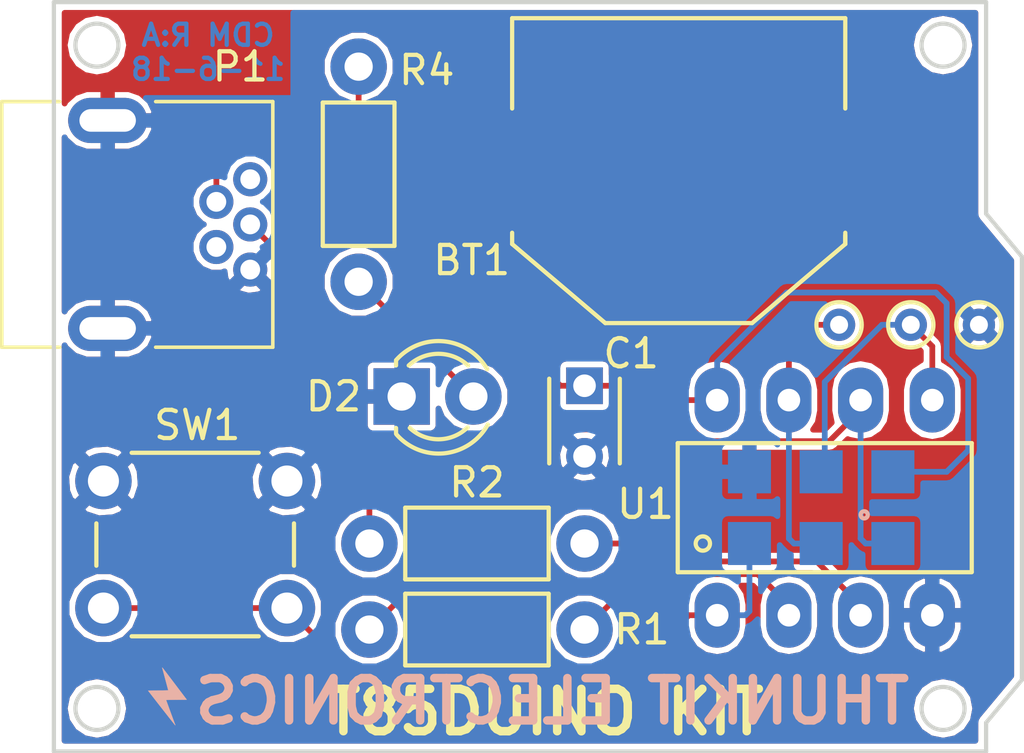
<source format=kicad_pcb>
(kicad_pcb (version 4) (host pcbnew 4.0.5+dfsg1-4)

  (general
    (links 27)
    (no_connects 0)
    (area 114.224999 98.349999 148.665001 125.043001)
    (thickness 1.6)
    (drawings 15)
    (tracks 78)
    (zones 0)
    (modules 14)
    (nets 14)
  )

  (page A4)
  (title_block
    (title "MAKIT-THT Soldering Kit")
    (date 2018-05-13)
    (rev B)
    (company "Thunkit Electronics")
  )

  (layers
    (0 F.Cu signal)
    (31 B.Cu signal)
    (32 B.Adhes user)
    (33 F.Adhes user)
    (34 B.Paste user)
    (35 F.Paste user)
    (36 B.SilkS user)
    (37 F.SilkS user)
    (38 B.Mask user)
    (39 F.Mask user)
    (40 Dwgs.User user)
    (41 Cmts.User user)
    (42 Eco1.User user)
    (43 Eco2.User user)
    (44 Edge.Cuts user)
    (45 Margin user)
    (46 B.CrtYd user)
    (47 F.CrtYd user)
    (48 B.Fab user hide)
    (49 F.Fab user hide)
  )

  (setup
    (last_trace_width 0.2032)
    (trace_clearance 0.2032)
    (zone_clearance 0.2032)
    (zone_45_only no)
    (trace_min 0.2)
    (segment_width 0.2)
    (edge_width 0.15)
    (via_size 0.6)
    (via_drill 0.4)
    (via_min_size 0.4)
    (via_min_drill 0.3)
    (uvia_size 0.3)
    (uvia_drill 0.1)
    (uvias_allowed no)
    (uvia_min_size 0)
    (uvia_min_drill 0)
    (pcb_text_width 0.3)
    (pcb_text_size 1.5 1.5)
    (mod_edge_width 0.15)
    (mod_text_size 1 1)
    (mod_text_width 0.15)
    (pad_size 3 4)
    (pad_drill 0)
    (pad_to_mask_clearance 0.0508)
    (aux_axis_origin 0 0)
    (visible_elements FFFFFF7F)
    (pcbplotparams
      (layerselection 0x010f0_80000001)
      (usegerberextensions true)
      (excludeedgelayer true)
      (linewidth 0.100000)
      (plotframeref false)
      (viasonmask false)
      (mode 1)
      (useauxorigin false)
      (hpglpennumber 1)
      (hpglpenspeed 20)
      (hpglpendiameter 15)
      (hpglpenoverlay 2)
      (psnegative false)
      (psa4output false)
      (plotreference true)
      (plotvalue true)
      (plotinvisibletext false)
      (padsonsilk false)
      (subtractmaskfromsilk false)
      (outputformat 1)
      (mirror false)
      (drillshape 0)
      (scaleselection 1)
      (outputdirectory MAKIT_THT_REVC_GERBER))
  )

  (net 0 "")
  (net 1 GND)
  (net 2 "Net-(D2-Pad2)")
  (net 3 "Net-(P1-Pad2)")
  (net 4 "Net-(P1-Pad1)")
  (net 5 "Net-(P1-Pad3)")
  (net 6 "Net-(R1-Pad1)")
  (net 7 "Net-(R2-Pad1)")
  (net 8 "Net-(P1-Pad4)")
  (net 9 VCC)
  (net 10 MOSI)
  (net 11 SCK)
  (net 12 MISO)
  (net 13 RST)

  (net_class Default "This is the default net class."
    (clearance 0.2032)
    (trace_width 0.2032)
    (via_dia 0.6)
    (via_drill 0.4)
    (uvia_dia 0.3)
    (uvia_drill 0.1)
    (add_net GND)
    (add_net MISO)
    (add_net MOSI)
    (add_net "Net-(D2-Pad2)")
    (add_net "Net-(P1-Pad1)")
    (add_net "Net-(P1-Pad2)")
    (add_net "Net-(P1-Pad3)")
    (add_net "Net-(P1-Pad4)")
    (add_net "Net-(R1-Pad1)")
    (add_net "Net-(R2-Pad1)")
    (add_net RST)
    (add_net SCK)
    (add_net VCC)
  )

  (module LEDs:LED-3MM (layer F.Cu) (tedit 5BE114E8) (tstamp 5BE10E0C)
    (at 126.619 112.395)
    (descr "LED 3mm round vertical")
    (tags "LED  3mm round vertical")
    (path /5ABA3B15)
    (fp_text reference D2 (at -2.413 0) (layer F.SilkS)
      (effects (font (size 1 1) (thickness 0.15)))
    )
    (fp_text value LED (at 1.3 -2.9) (layer F.Fab)
      (effects (font (size 1 1) (thickness 0.15)))
    )
    (fp_line (start -1.2 2.3) (end 3.8 2.3) (layer F.CrtYd) (width 0.05))
    (fp_line (start 3.8 2.3) (end 3.8 -2.2) (layer F.CrtYd) (width 0.05))
    (fp_line (start 3.8 -2.2) (end -1.2 -2.2) (layer F.CrtYd) (width 0.05))
    (fp_line (start -1.2 -2.2) (end -1.2 2.3) (layer F.CrtYd) (width 0.05))
    (fp_line (start -0.199 1.314) (end -0.199 1.114) (layer F.SilkS) (width 0.15))
    (fp_line (start -0.199 -1.28) (end -0.199 -1.1) (layer F.SilkS) (width 0.15))
    (fp_arc (start 1.301 0.034) (end -0.199 -1.286) (angle 108.5) (layer F.SilkS) (width 0.15))
    (fp_arc (start 1.301 0.034) (end 0.25 -1.1) (angle 85.7) (layer F.SilkS) (width 0.15))
    (fp_arc (start 1.311 0.034) (end 3.051 0.994) (angle 110) (layer F.SilkS) (width 0.15))
    (fp_arc (start 1.301 0.034) (end 2.335 1.094) (angle 87.5) (layer F.SilkS) (width 0.15))
    (fp_text user K (at -1.69 1.74) (layer F.SilkS) hide
      (effects (font (size 1 1) (thickness 0.15)))
    )
    (pad 1 thru_hole rect (at 0 0 90) (size 2 2) (drill 1.00076) (layers *.Cu *.Mask)
      (net 1 GND))
    (pad 2 thru_hole circle (at 2.54 0) (size 2 2) (drill 1.00076) (layers *.Cu *.Mask)
      (net 2 "Net-(D2-Pad2)"))
    (model LEDs.3dshapes/LED-3MM.wrl
      (at (xyz 0.05 0 0))
      (scale (xyz 1 1 1))
      (rotate (xyz 0 0 90))
    )
  )

  (module Buttons_Switches_THT:SW_PUSH_6mm (layer F.Cu) (tedit 58134C96) (tstamp 5BE11F12)
    (at 122.555 119.888 180)
    (descr https://www.omron.com/ecb/products/pdf/en-b3f.pdf)
    (tags "tact sw push 6mm")
    (path /5BE114D5)
    (fp_text reference SW1 (at 3.175 6.477 180) (layer F.SilkS)
      (effects (font (size 1 1) (thickness 0.15)))
    )
    (fp_text value Push_SW (at 3.75 6.7 180) (layer F.Fab)
      (effects (font (size 1 1) (thickness 0.15)))
    )
    (fp_line (start 3.25 -0.75) (end 6.25 -0.75) (layer F.Fab) (width 0.1))
    (fp_line (start 6.25 -0.75) (end 6.25 5.25) (layer F.Fab) (width 0.1))
    (fp_line (start 6.25 5.25) (end 0.25 5.25) (layer F.Fab) (width 0.1))
    (fp_line (start 0.25 5.25) (end 0.25 -0.75) (layer F.Fab) (width 0.1))
    (fp_line (start 0.25 -0.75) (end 3.25 -0.75) (layer F.Fab) (width 0.1))
    (fp_line (start 7.75 6) (end 8 6) (layer F.CrtYd) (width 0.05))
    (fp_line (start 8 6) (end 8 5.75) (layer F.CrtYd) (width 0.05))
    (fp_line (start 7.75 -1.5) (end 8 -1.5) (layer F.CrtYd) (width 0.05))
    (fp_line (start 8 -1.5) (end 8 -1.25) (layer F.CrtYd) (width 0.05))
    (fp_line (start -1.5 -1.25) (end -1.5 -1.5) (layer F.CrtYd) (width 0.05))
    (fp_line (start -1.5 -1.5) (end -1.25 -1.5) (layer F.CrtYd) (width 0.05))
    (fp_line (start -1.5 5.75) (end -1.5 6) (layer F.CrtYd) (width 0.05))
    (fp_line (start -1.5 6) (end -1.25 6) (layer F.CrtYd) (width 0.05))
    (fp_line (start -1.25 -1.5) (end 7.75 -1.5) (layer F.CrtYd) (width 0.05))
    (fp_line (start -1.5 5.75) (end -1.5 -1.25) (layer F.CrtYd) (width 0.05))
    (fp_line (start 7.75 6) (end -1.25 6) (layer F.CrtYd) (width 0.05))
    (fp_line (start 8 -1.25) (end 8 5.75) (layer F.CrtYd) (width 0.05))
    (fp_line (start 1 5.5) (end 5.5 5.5) (layer F.SilkS) (width 0.15))
    (fp_line (start -0.25 1.5) (end -0.25 3) (layer F.SilkS) (width 0.15))
    (fp_line (start 5.5 -1) (end 1 -1) (layer F.SilkS) (width 0.15))
    (fp_line (start 6.75 3) (end 6.75 1.5) (layer F.SilkS) (width 0.15))
    (fp_circle (center 3.25 2.25) (end 1.25 2.5) (layer F.Fab) (width 0.1))
    (pad 2 thru_hole circle (at 0 4.5 270) (size 2 2) (drill 1.1) (layers *.Cu *.Mask)
      (net 1 GND))
    (pad 1 thru_hole circle (at 0 0 270) (size 2 2) (drill 1.1) (layers *.Cu *.Mask)
      (net 13 RST))
    (pad 2 thru_hole circle (at 6.5 4.5 270) (size 2 2) (drill 1.1) (layers *.Cu *.Mask)
      (net 1 GND))
    (pad 1 thru_hole circle (at 6.5 0 270) (size 2 2) (drill 1.1) (layers *.Cu *.Mask)
      (net 13 RST))
    (model Buttons_Switches_ThroughHole.3dshapes/SW_PUSH_6mm.wrl
      (at (xyz 0.005 0 0))
      (scale (xyz 0.3937 0.3937 0.3937))
      (rotate (xyz 0 0 0))
    )
  )

  (module MOD:BK-870 (layer F.Cu) (tedit 5BE11B2F) (tstamp 5BE19D9B)
    (at 136.432 104.294)
    (path /5BE1139B)
    (fp_text reference BT1 (at -7.332 3.275) (layer F.SilkS)
      (effects (font (size 1 1) (thickness 0.15)))
    )
    (fp_text value CR1025 (at 2.7 -4.4) (layer F.Fab)
      (effects (font (size 1 1) (thickness 0.15)))
    )
    (fp_line (start -5.9 -5.3) (end 5.9 -5.3) (layer F.SilkS) (width 0.15))
    (fp_line (start -5.9 -2.1) (end -5.9 -5.3) (layer F.SilkS) (width 0.15))
    (fp_line (start 5.9 -2.1) (end 5.9 -5.3) (layer F.SilkS) (width 0.15))
    (fp_line (start -2.6 5.5) (end -5.9 2.7) (layer F.SilkS) (width 0.15))
    (fp_line (start 5.9 2.7) (end 2.6 5.5) (layer F.SilkS) (width 0.15))
    (fp_line (start 5.9 2.7) (end 5.9 2.3) (layer F.SilkS) (width 0.15))
    (fp_line (start -2.6 5.5) (end 2.6 5.5) (layer F.SilkS) (width 0.15))
    (fp_line (start -5.9 2.7) (end -5.9 2.3) (layer F.SilkS) (width 0.15))
    (fp_line (start 5.9 2.7) (end 5.9 2.4) (layer F.SilkS) (width 0.15))
    (pad 2 smd circle (at 0 0.1) (size 8 8) (layers F.Cu F.Mask)
      (net 1 GND))
    (pad 1 smd rect (at -7.4 0.1) (size 3 4) (layers F.Cu F.Mask)
      (net 9 VCC))
    (pad 3 smd rect (at 7.4 0.1) (size 3 4) (layers F.Cu F.Mask))
  )

  (module Capacitors_THT:C_Disc_D3_P2.5 (layer F.Cu) (tedit 0) (tstamp 5BE19DA1)
    (at 133.096 112.014 270)
    (descr "Capacitor 3mm Disc, Pitch 2.5mm")
    (tags Capacitor)
    (path /5BE11320)
    (fp_text reference C1 (at -1.143 -1.651 360) (layer F.SilkS)
      (effects (font (size 1 1) (thickness 0.15)))
    )
    (fp_text value C (at 1.25 2.5 270) (layer F.Fab)
      (effects (font (size 1 1) (thickness 0.15)))
    )
    (fp_line (start -0.9 -1.5) (end 3.4 -1.5) (layer F.CrtYd) (width 0.05))
    (fp_line (start 3.4 -1.5) (end 3.4 1.5) (layer F.CrtYd) (width 0.05))
    (fp_line (start 3.4 1.5) (end -0.9 1.5) (layer F.CrtYd) (width 0.05))
    (fp_line (start -0.9 1.5) (end -0.9 -1.5) (layer F.CrtYd) (width 0.05))
    (fp_line (start -0.25 -1.25) (end 2.75 -1.25) (layer F.SilkS) (width 0.15))
    (fp_line (start 2.75 1.25) (end -0.25 1.25) (layer F.SilkS) (width 0.15))
    (pad 1 thru_hole rect (at 0 0 270) (size 1.3 1.3) (drill 0.8) (layers *.Cu *.Mask)
      (net 9 VCC))
    (pad 2 thru_hole circle (at 2.5 0 270) (size 1.3 1.3) (drill 0.8001) (layers *.Cu *.Mask)
      (net 1 GND))
    (model Capacitors_ThroughHole.3dshapes/C_Disc_D3_P2.5.wrl
      (at (xyz 0.0492126 0 0))
      (scale (xyz 1 1 1))
      (rotate (xyz 0 0 0))
    )
  )

  (module MOD:lightning2 (layer B.Cu) (tedit 0) (tstamp 5BE1A193)
    (at 118.364 123.063)
    (fp_text reference G*** (at 0 0) (layer B.SilkS) hide
      (effects (font (thickness 0.3)) (justify mirror))
    )
    (fp_text value LOGO (at 0.75 0) (layer B.SilkS) hide
      (effects (font (thickness 0.3)) (justify mirror))
    )
    (fp_poly (pts (xy 0.235765 0.96729) (xy 0.228162 0.94615) (xy 0.21584 0.913513) (xy 0.197183 0.86346)
      (xy 0.173378 0.79923) (xy 0.145614 0.724057) (xy 0.115076 0.641179) (xy 0.082954 0.553831)
      (xy 0.050433 0.46525) (xy 0.018702 0.378673) (xy -0.011052 0.297336) (xy -0.037642 0.224475)
      (xy -0.05988 0.163326) (xy -0.076578 0.117126) (xy -0.08655 0.089112) (xy -0.0889 0.081988)
      (xy -0.076729 0.080494) (xy -0.042328 0.078927) (xy 0.011132 0.07736) (xy 0.080482 0.075872)
      (xy 0.162552 0.074537) (xy 0.254171 0.073433) (xy 0.276443 0.073217) (xy 0.641787 0.06985)
      (xy 0.220728 -0.486879) (xy 0.141472 -0.591571) (xy 0.066522 -0.690374) (xy -0.002672 -0.781392)
      (xy -0.06466 -0.862728) (xy -0.117994 -0.932485) (xy -0.161224 -0.988766) (xy -0.192901 -1.029675)
      (xy -0.211575 -1.053315) (xy -0.215893 -1.058379) (xy -0.226448 -1.064999) (xy -0.224955 -1.050813)
      (xy -0.22409 -1.04775) (xy -0.216216 -1.019736) (xy -0.203435 -0.973249) (xy -0.186703 -0.91185)
      (xy -0.166978 -0.8391) (xy -0.145217 -0.758563) (xy -0.122377 -0.6738) (xy -0.099417 -0.588373)
      (xy -0.077292 -0.505844) (xy -0.056961 -0.429775) (xy -0.03938 -0.363729) (xy -0.025508 -0.311267)
      (xy -0.016301 -0.275952) (xy -0.012716 -0.261345) (xy -0.0127 -0.261192) (xy -0.024865 -0.25933)
      (xy -0.059216 -0.257646) (xy -0.11254 -0.256207) (xy -0.181624 -0.255078) (xy -0.263256 -0.254322)
      (xy -0.354221 -0.254005) (xy -0.3683 -0.254) (xy -0.460376 -0.253783) (xy -0.543593 -0.25317)
      (xy -0.61474 -0.252219) (xy -0.670603 -0.250986) (xy -0.707968 -0.24953) (xy -0.723623 -0.247908)
      (xy -0.7239 -0.247657) (xy -0.716323 -0.236945) (xy -0.69469 -0.208379) (xy -0.660651 -0.164067)
      (xy -0.615855 -0.106118) (xy -0.56195 -0.036639) (xy -0.500587 0.042261) (xy -0.433414 0.128472)
      (xy -0.362081 0.219888) (xy -0.288237 0.314398) (xy -0.21353 0.409896) (xy -0.139611 0.504271)
      (xy -0.068127 0.595417) (xy -0.00073 0.681224) (xy 0.060934 0.759583) (xy 0.115213 0.828387)
      (xy 0.16046 0.885527) (xy 0.195025 0.928894) (xy 0.217258 0.956381) (xy 0.224749 0.9652)
      (xy 0.235777 0.975093) (xy 0.235765 0.96729)) (layer B.SilkS) (width 0.01))
  )

  (module Connectors:PINTST (layer F.Cu) (tedit 5BE11E58) (tstamp 5BE1D094)
    (at 144.653 109.855)
    (descr "module 1 pin (ou trou mecanique de percage)")
    (tags DEV)
    (path /5BE12048)
    (fp_text reference TP1 (at 0 -1.26746) (layer F.SilkS) hide
      (effects (font (size 1 1) (thickness 0.15)))
    )
    (fp_text value TEST (at 0 1.27) (layer F.Fab)
      (effects (font (size 1 1) (thickness 0.15)))
    )
    (fp_circle (center 0 0) (end -0.254 -0.762) (layer F.SilkS) (width 0.15))
    (pad 1 thru_hole circle (at 0 0) (size 1.143 1.143) (drill 0.635) (layers *.Cu *.Mask)
      (net 10 MOSI))
    (model Connect.3dshapes/PINTST.wrl
      (at (xyz 0 0 0))
      (scale (xyz 1 1 1))
      (rotate (xyz 0 0 0))
    )
  )

  (module Connectors:PINTST (layer F.Cu) (tedit 5BE11E55) (tstamp 5BE1D09A)
    (at 142.113 109.855)
    (descr "module 1 pin (ou trou mecanique de percage)")
    (tags DEV)
    (path /5BE122BA)
    (fp_text reference TP2 (at 0 -1.26746) (layer F.SilkS) hide
      (effects (font (size 1 1) (thickness 0.15)))
    )
    (fp_text value TEST (at 0 1.27) (layer F.Fab)
      (effects (font (size 1 1) (thickness 0.15)))
    )
    (fp_circle (center 0 0) (end -0.254 -0.762) (layer F.SilkS) (width 0.15))
    (pad 1 thru_hole circle (at 0 0) (size 1.143 1.143) (drill 0.635) (layers *.Cu *.Mask)
      (net 11 SCK))
    (model Connect.3dshapes/PINTST.wrl
      (at (xyz 0 0 0))
      (scale (xyz 1 1 1))
      (rotate (xyz 0 0 0))
    )
  )

  (module Connectors:PINTST (layer F.Cu) (tedit 5BE11E89) (tstamp 5BE1D0E4)
    (at 147.066 109.855)
    (descr "module 1 pin (ou trou mecanique de percage)")
    (tags DEV)
    (path /5BE1257D)
    (fp_text reference TP3 (at 22.606 -24.934001) (layer F.SilkS) hide
      (effects (font (size 1 1) (thickness 0.15)))
    )
    (fp_text value TEST (at 0 1.27) (layer F.Fab)
      (effects (font (size 1 1) (thickness 0.15)))
    )
    (fp_circle (center 0 0) (end -0.254 -0.762) (layer F.SilkS) (width 0.15))
    (pad 1 thru_hole circle (at 0 0) (size 1.143 1.143) (drill 0.635) (layers *.Cu *.Mask)
      (net 1 GND))
    (model Connect.3dshapes/PINTST.wrl
      (at (xyz 0 0 0))
      (scale (xyz 1 1 1))
      (rotate (xyz 0 0 0))
    )
  )

  (module MOD:TE_2172034-1 (layer F.Cu) (tedit 5BE11F92) (tstamp 5BE114BB)
    (at 116.205 106.299 180)
    (path /5BE11202)
    (fp_text reference P1 (at -4.699 5.588 180) (layer F.SilkS)
      (effects (font (size 1 1) (thickness 0.15)))
    )
    (fp_text value USB_OTG (at -2.03524 6.24674 180) (layer F.SilkS) hide
      (effects (font (size 1.40017 1.40017) (thickness 0.05)))
    )
    (fp_line (start -0.6 -4) (end 0.6 -4) (layer Edge.Cuts) (width 0.0001))
    (fp_line (start -0.6 -3.3) (end 0.6 -3.3) (layer Edge.Cuts) (width 0.0001))
    (fp_line (start -5.85 -4.35) (end -5.85 4.35) (layer Dwgs.User) (width 0.127))
    (fp_line (start -5.85 4.35) (end 1.75 4.35) (layer Dwgs.User) (width 0.127))
    (fp_line (start 1.75 4.35) (end 3.75 4.35) (layer Dwgs.User) (width 0.127))
    (fp_line (start 3.75 4.35) (end 3.75 -4.35) (layer Dwgs.User) (width 0.127))
    (fp_line (start 3.75 -4.35) (end 1.75 -4.35) (layer Dwgs.User) (width 0.127))
    (fp_line (start 1.75 -4.35) (end -5.85 -4.35) (layer Dwgs.User) (width 0.127))
    (fp_line (start -5.85 -4.35) (end -1.7 -4.35) (layer F.SilkS) (width 0.127))
    (fp_line (start 1.7 -4.35) (end 3.75 -4.35) (layer F.SilkS) (width 0.127))
    (fp_line (start 3.75 -4.35) (end 3.75 4.35) (layer F.SilkS) (width 0.127))
    (fp_line (start 3.75 4.35) (end 1.7 4.35) (layer F.SilkS) (width 0.127))
    (fp_line (start -1.7 4.35) (end -5.85 4.35) (layer F.SilkS) (width 0.127))
    (fp_line (start -5.85 4.35) (end -5.85 -4.35) (layer F.SilkS) (width 0.127))
    (fp_arc (start -0.6 -3.65) (end -0.95 -3.65) (angle 90) (layer Edge.Cuts) (width 0.0001))
    (fp_arc (start -0.6 -3.65) (end -0.6 -3.3) (angle 90) (layer Edge.Cuts) (width 0.0001))
    (fp_arc (start 0.6 -3.65) (end 0.95 -3.65) (angle 90) (layer Edge.Cuts) (width 0.0001))
    (fp_arc (start 0.6 -3.65) (end 0.6 -4) (angle 90) (layer Edge.Cuts) (width 0.0001))
    (fp_line (start -0.6 3.3) (end 0.6 3.3) (layer Edge.Cuts) (width 0.0001))
    (fp_line (start -0.6 4) (end 0.6 4) (layer Edge.Cuts) (width 0.0001))
    (fp_arc (start -0.6 3.65) (end -0.95 3.65) (angle 90) (layer Edge.Cuts) (width 0.0001))
    (fp_arc (start -0.6 3.65) (end -0.6 4) (angle 90) (layer Edge.Cuts) (width 0.0001))
    (fp_arc (start 0.6 3.65) (end 0.95 3.65) (angle 90) (layer Edge.Cuts) (width 0.0001))
    (fp_arc (start 0.6 3.65) (end 0.6 3.3) (angle 90) (layer Edge.Cuts) (width 0.0001))
    (fp_line (start 1.75 -4.35) (end 1.75 4.35) (layer Dwgs.User) (width 0.127))
    (pad 3 thru_hole circle (at -5.05 0 180) (size 1.208 1.208) (drill 0.7) (layers *.Cu *.Mask)
      (net 5 "Net-(P1-Pad3)"))
    (pad 5 thru_hole circle (at -5.05 -1.6 180) (size 1.208 1.208) (drill 0.7) (layers *.Cu *.Mask)
      (net 1 GND))
    (pad 2 thru_hole circle (at -3.85 0.8 180) (size 1.208 1.208) (drill 0.7) (layers *.Cu *.Mask)
      (net 3 "Net-(P1-Pad2)"))
    (pad 4 thru_hole circle (at -3.85 -0.8 180) (size 1.208 1.208) (drill 0.7) (layers *.Cu *.Mask)
      (net 8 "Net-(P1-Pad4)"))
    (pad 1 thru_hole circle (at -5.05 1.6 180) (size 1.208 1.208) (drill 0.7) (layers *.Cu *.Mask)
      (net 4 "Net-(P1-Pad1)"))
    (pad 6 thru_hole oval (at 0 -3.683 180) (size 2.8 1.6) (drill oval 2 0.8) (layers *.Cu *.Mask)
      (net 1 GND))
    (pad 6 thru_hole oval (at 0 3.683 180) (size 2.8 1.6) (drill oval 2 0.8) (layers *.Cu *.Mask)
      (net 1 GND))
  )

  (module MOD:Resistor_Horizontal_RM7mm (layer F.Cu) (tedit 5BE12A94) (tstamp 5BE45BF8)
    (at 125.095 108.331 90)
    (descr "Resistor, Axial,  RM 7.62mm, 1/3W,")
    (tags "Resistor Axial RM 7.62mm 1/3W R3")
    (path /5ABA3A80)
    (fp_text reference R4 (at 7.493 2.413 360) (layer F.SilkS)
      (effects (font (size 1 1) (thickness 0.15)))
    )
    (fp_text value 330 (at 3.81 3.81 90) (layer F.Fab)
      (effects (font (size 1 1) (thickness 0.15)))
    )
    (fp_line (start -1.25 -1.5) (end 8.85 -1.5) (layer F.CrtYd) (width 0.05))
    (fp_line (start -1.25 1.5) (end -1.25 -1.5) (layer F.CrtYd) (width 0.05))
    (fp_line (start 8.85 -1.5) (end 8.85 1.5) (layer F.CrtYd) (width 0.05))
    (fp_line (start -1.25 1.5) (end 8.85 1.5) (layer F.CrtYd) (width 0.05))
    (fp_line (start 1.27 -1.27) (end 6.35 -1.27) (layer F.SilkS) (width 0.15))
    (fp_line (start 6.35 -1.27) (end 6.35 1.27) (layer F.SilkS) (width 0.15))
    (fp_line (start 6.35 1.27) (end 1.27 1.27) (layer F.SilkS) (width 0.15))
    (fp_line (start 1.27 1.27) (end 1.27 -1.27) (layer F.SilkS) (width 0.15))
    (pad 1 thru_hole circle (at 0 0 90) (size 1.99898 1.99898) (drill 1.00076) (layers *.Cu *.Mask)
      (net 2 "Net-(D2-Pad2)"))
    (pad 2 thru_hole circle (at 7.62 0 90) (size 1.99898 1.99898) (drill 1.00076) (layers *.Cu *.Mask)
      (net 12 MISO))
  )

  (module MOD:Resistor_Horizontal_RM7mm (layer F.Cu) (tedit 5BE12A94) (tstamp 5BE45BEA)
    (at 133.096 117.602 180)
    (descr "Resistor, Axial,  RM 7.62mm, 1/3W,")
    (tags "Resistor Axial RM 7.62mm 1/3W R3")
    (path /5BE10F68)
    (fp_text reference R2 (at 3.81 2.159 180) (layer F.SilkS)
      (effects (font (size 1 1) (thickness 0.15)))
    )
    (fp_text value 68 (at 3.81 3.81 180) (layer F.Fab)
      (effects (font (size 1 1) (thickness 0.15)))
    )
    (fp_line (start -1.25 -1.5) (end 8.85 -1.5) (layer F.CrtYd) (width 0.05))
    (fp_line (start -1.25 1.5) (end -1.25 -1.5) (layer F.CrtYd) (width 0.05))
    (fp_line (start 8.85 -1.5) (end 8.85 1.5) (layer F.CrtYd) (width 0.05))
    (fp_line (start -1.25 1.5) (end 8.85 1.5) (layer F.CrtYd) (width 0.05))
    (fp_line (start 1.27 -1.27) (end 6.35 -1.27) (layer F.SilkS) (width 0.15))
    (fp_line (start 6.35 -1.27) (end 6.35 1.27) (layer F.SilkS) (width 0.15))
    (fp_line (start 6.35 1.27) (end 1.27 1.27) (layer F.SilkS) (width 0.15))
    (fp_line (start 1.27 1.27) (end 1.27 -1.27) (layer F.SilkS) (width 0.15))
    (pad 1 thru_hole circle (at 0 0 180) (size 1.99898 1.99898) (drill 1.00076) (layers *.Cu *.Mask)
      (net 7 "Net-(R2-Pad1)"))
    (pad 2 thru_hole circle (at 7.62 0 180) (size 1.99898 1.99898) (drill 1.00076) (layers *.Cu *.Mask)
      (net 5 "Net-(P1-Pad3)"))
  )

  (module MOD:Resistor_Horizontal_RM7mm (layer F.Cu) (tedit 5BE12A94) (tstamp 5BE45BDC)
    (at 133.096 120.65 180)
    (descr "Resistor, Axial,  RM 7.62mm, 1/3W,")
    (tags "Resistor Axial RM 7.62mm 1/3W R3")
    (path /5BE10FD9)
    (fp_text reference R1 (at -2.032 0 180) (layer F.SilkS)
      (effects (font (size 1 1) (thickness 0.15)))
    )
    (fp_text value 68 (at 3.81 3.81 180) (layer F.Fab)
      (effects (font (size 1 1) (thickness 0.15)))
    )
    (fp_line (start -1.25 -1.5) (end 8.85 -1.5) (layer F.CrtYd) (width 0.05))
    (fp_line (start -1.25 1.5) (end -1.25 -1.5) (layer F.CrtYd) (width 0.05))
    (fp_line (start 8.85 -1.5) (end 8.85 1.5) (layer F.CrtYd) (width 0.05))
    (fp_line (start -1.25 1.5) (end 8.85 1.5) (layer F.CrtYd) (width 0.05))
    (fp_line (start 1.27 -1.27) (end 6.35 -1.27) (layer F.SilkS) (width 0.15))
    (fp_line (start 6.35 -1.27) (end 6.35 1.27) (layer F.SilkS) (width 0.15))
    (fp_line (start 6.35 1.27) (end 1.27 1.27) (layer F.SilkS) (width 0.15))
    (fp_line (start 1.27 1.27) (end 1.27 -1.27) (layer F.SilkS) (width 0.15))
    (pad 1 thru_hole circle (at 0 0 180) (size 1.99898 1.99898) (drill 1.00076) (layers *.Cu *.Mask)
      (net 6 "Net-(R1-Pad1)"))
    (pad 2 thru_hole circle (at 7.62 0 180) (size 1.99898 1.99898) (drill 1.00076) (layers *.Cu *.Mask)
      (net 3 "Net-(P1-Pad2)"))
  )

  (module MOD:DIP-8 (layer F.Cu) (tedit 5BE250CD) (tstamp 5BE10E53)
    (at 137.795 120.142 90)
    (descr "8-lead dip package, row spacing 7.62 mm (300 mils), longer pads")
    (tags "dil dip 2.54 300")
    (path /5BE10E5E)
    (fp_text reference U1 (at 3.937 -2.54 180) (layer F.SilkS)
      (effects (font (size 1 1) (thickness 0.15)))
    )
    (fp_text value ATTINY85-P (at 0 -3.72 90) (layer F.Fab)
      (effects (font (size 1 1) (thickness 0.15)))
    )
    (fp_circle (center 2.54 -0.508) (end 2.54 -0.762) (layer F.SilkS) (width 0.15))
    (fp_line (start -1.4 -2.45) (end -1.4 10.1) (layer F.CrtYd) (width 0.05))
    (fp_line (start 9 -2.45) (end 9 10.1) (layer F.CrtYd) (width 0.05))
    (fp_line (start -1.4 -2.45) (end 9 -2.45) (layer F.CrtYd) (width 0.05))
    (fp_line (start -1.4 10.1) (end 9 10.1) (layer F.CrtYd) (width 0.05))
    (fp_line (start 1.524 9.017) (end 1.524 -1.397) (layer F.SilkS) (width 0.15))
    (fp_line (start 1.524 -1.397) (end 6.096 -1.397) (layer F.SilkS) (width 0.15))
    (fp_line (start 1.54 9.017) (end 6.096 9.017) (layer F.SilkS) (width 0.15))
    (fp_line (start 6.096 9.017) (end 6.096 -1.397) (layer F.SilkS) (width 0.15))
    (pad 1 thru_hole oval (at 0 0 90) (size 2.3 1.6) (drill 0.8) (layers *.Cu *.Mask)
      (net 13 RST))
    (pad 2 thru_hole oval (at 0 2.54 90) (size 2.3 1.6) (drill 0.8) (layers *.Cu *.Mask)
      (net 6 "Net-(R1-Pad1)"))
    (pad 3 thru_hole oval (at 0 5.08 90) (size 2.3 1.6) (drill 0.8) (layers *.Cu *.Mask)
      (net 7 "Net-(R2-Pad1)"))
    (pad 4 thru_hole oval (at 0 7.62 90) (size 2.3 1.6) (drill 0.8) (layers *.Cu *.Mask)
      (net 1 GND))
    (pad 5 thru_hole oval (at 7.62 7.62 90) (size 2.3 1.6) (drill 0.8) (layers *.Cu *.Mask)
      (net 10 MOSI))
    (pad 6 thru_hole oval (at 7.62 5.08 90) (size 2.3 1.6) (drill 0.8) (layers *.Cu *.Mask)
      (net 12 MISO))
    (pad 7 thru_hole oval (at 7.62 2.54 90) (size 2.3 1.6) (drill 0.8) (layers *.Cu *.Mask)
      (net 11 SCK))
    (pad 8 thru_hole oval (at 7.62 0 90) (size 2.3 1.6) (drill 0.8) (layers *.Cu *.Mask)
      (net 9 VCC))
    (model Housings_DIP.3dshapes/DIP-8_W7.62mm_LongPads.wrl
      (at (xyz 0 0 0))
      (scale (xyz 1 1 1))
      (rotate (xyz 0 0 0))
    )
  )

  (module "MOD:2.54 ICSP" (layer B.Cu) (tedit 5BE2526B) (tstamp 5BE26322)
    (at 141.478 112.522 180)
    (path /5BE251F2)
    (fp_text reference P2 (at 0 -0.5 180) (layer B.SilkS) hide
      (effects (font (size 1 1) (thickness 0.15)) (justify mirror))
    )
    (fp_text value ICSP (at 0 0.5 180) (layer B.Fab)
      (effects (font (size 1 1) (thickness 0.15)) (justify mirror))
    )
    (fp_circle (center -1.524 -4.064) (end -1.524 -4.191) (layer B.SilkS) (width 0.15))
    (pad 2 connect rect (at -2.54 -2.54 180) (size 1.524 1.524) (layers B.Cu B.Mask)
      (net 9 VCC))
    (pad 4 connect rect (at 0 -2.54 180) (size 1.524 1.524) (layers B.Cu B.Mask)
      (net 10 MOSI))
    (pad 3 connect rect (at 0 -5.08 180) (size 1.524 1.524) (layers B.Cu B.Mask)
      (net 11 SCK))
    (pad 1 connect rect (at -2.54 -5.08 180) (size 1.524 1.524) (layers B.Cu B.Mask)
      (net 12 MISO))
    (pad 6 connect rect (at 2.54 -2.54 180) (size 1.524 1.524) (layers B.Cu B.Mask)
      (net 1 GND))
    (pad 5 connect rect (at 2.54 -5.08 180) (size 1.524 1.524) (layers B.Cu B.Mask)
      (net 13 RST))
  )

  (gr_text "CDM R:A\n11-6-18" (at 119.761 100.203) (layer B.Cu)
    (effects (font (size 0.75 0.75) (thickness 0.15)) (justify mirror))
  )
  (gr_text "T85DUINO KIT" (at 131.699 123.571) (layer F.SilkS)
    (effects (font (size 1.5 1.5) (thickness 0.3)))
  )
  (gr_text "THUNKIT ELECTRONICS" (at 131.953 123.19) (layer B.SilkS)
    (effects (font (size 1.5 1.5) (thickness 0.3)) (justify mirror))
  )
  (gr_circle (center 145.796 99.949) (end 146.558 99.949) (layer Edge.Cuts) (width 0.15) (tstamp 5BE1A123))
  (gr_circle (center 145.796 123.444) (end 146.558 123.444) (layer Edge.Cuts) (width 0.15) (tstamp 5BE109A1))
  (gr_circle (center 115.824 99.949) (end 116.586 99.949) (layer Edge.Cuts) (width 0.15) (tstamp 5BE1099B))
  (gr_line (start 147.32 98.425) (end 147.32 105.918) (layer Edge.Cuts) (width 0.15) (tstamp 5BE10940))
  (gr_line (start 147.32 105.918) (end 148.59 107.442) (layer Edge.Cuts) (width 0.15) (tstamp 5BE10934))
  (gr_circle (center 115.824 123.444) (end 116.586 123.444) (layer Edge.Cuts) (width 0.15) (tstamp 5AB9C90C))
  (gr_line (start 147.32 123.952) (end 147.32 124.968) (layer Edge.Cuts) (width 0.15))
  (gr_line (start 148.59 122.428) (end 147.32 123.952) (layer Edge.Cuts) (width 0.15))
  (gr_line (start 148.59 107.442) (end 148.59 122.428) (layer Edge.Cuts) (width 0.15))
  (gr_line (start 114.3 98.425) (end 147.32 98.425) (layer Edge.Cuts) (width 0.15))
  (gr_line (start 114.3 124.968) (end 114.3 98.425) (layer Edge.Cuts) (width 0.15))
  (gr_line (start 147.32 124.968) (end 114.3 124.968) (layer Edge.Cuts) (width 0.15))

  (segment (start 120.478001 108.502999) (end 118.999 109.982) (width 0.2032) (layer B.Cu) (net 1))
  (segment (start 118.999 109.982) (end 116.205 109.982) (width 0.2032) (layer B.Cu) (net 1))
  (segment (start 121.255 107.899) (end 120.651001 108.502999) (width 0.2032) (layer B.Cu) (net 1))
  (segment (start 120.651001 108.502999) (end 120.478001 108.502999) (width 0.2032) (layer B.Cu) (net 1))
  (segment (start 116.205 102.616) (end 116.205 103.6192) (width 0.2032) (layer B.Cu) (net 1))
  (segment (start 116.205 103.6192) (end 116.205 109.982) (width 0.2032) (layer B.Cu) (net 1))
  (segment (start 126.238 109.474) (end 125.095 108.331) (width 0.2032) (layer F.Cu) (net 2))
  (segment (start 129.159 112.395) (end 126.238 109.474) (width 0.2032) (layer F.Cu) (net 2))
  (segment (start 122.809 112.776) (end 122.809 104.907974) (width 0.2032) (layer F.Cu) (net 3))
  (segment (start 122.809 104.907974) (end 121.691225 103.790199) (width 0.2032) (layer F.Cu) (net 3))
  (segment (start 121.691225 103.790199) (end 120.818775 103.790199) (width 0.2032) (layer F.Cu) (net 3))
  (segment (start 120.818775 103.790199) (end 120.055 104.553974) (width 0.2032) (layer F.Cu) (net 3))
  (segment (start 120.055 104.553974) (end 120.055 104.644816) (width 0.2032) (layer F.Cu) (net 3))
  (segment (start 120.055 104.644816) (end 120.055 105.499) (width 0.2032) (layer F.Cu) (net 3))
  (segment (start 126.873 116.84) (end 122.809 112.776) (width 0.2032) (layer F.Cu) (net 3))
  (segment (start 126.873 119.253) (end 126.873 116.84) (width 0.2032) (layer F.Cu) (net 3))
  (segment (start 125.476 120.65) (end 126.873 119.253) (width 0.2032) (layer F.Cu) (net 3))
  (segment (start 122.402589 107.446589) (end 121.858999 106.902999) (width 0.2032) (layer F.Cu) (net 5))
  (segment (start 122.402589 113.115097) (end 122.402589 107.446589) (width 0.2032) (layer F.Cu) (net 5))
  (segment (start 125.476 116.188508) (end 122.402589 113.115097) (width 0.2032) (layer F.Cu) (net 5))
  (segment (start 125.476 117.602) (end 125.476 116.188508) (width 0.2032) (layer F.Cu) (net 5))
  (segment (start 121.858999 106.902999) (end 121.255 106.299) (width 0.2032) (layer F.Cu) (net 5))
  (segment (start 133.096 120.65) (end 135.05881 118.68719) (width 0.2032) (layer F.Cu) (net 6))
  (segment (start 135.05881 118.68719) (end 139.23019 118.68719) (width 0.2032) (layer F.Cu) (net 6))
  (segment (start 140.335 119.792) (end 140.335 120.142) (width 0.2032) (layer F.Cu) (net 6))
  (segment (start 139.23019 118.68719) (end 140.335 119.792) (width 0.2032) (layer F.Cu) (net 6))
  (segment (start 135.144492 118.237) (end 141.32 118.237) (width 0.2032) (layer F.Cu) (net 7))
  (segment (start 141.32 118.237) (end 142.875 119.792) (width 0.2032) (layer F.Cu) (net 7))
  (segment (start 142.875 119.792) (end 142.875 120.142) (width 0.2032) (layer F.Cu) (net 7))
  (segment (start 133.096 117.602) (end 134.509492 117.602) (width 0.2032) (layer F.Cu) (net 7))
  (segment (start 134.509492 117.602) (end 135.144492 118.237) (width 0.2032) (layer F.Cu) (net 7))
  (segment (start 137.795 112.522) (end 137.795 111.1688) (width 0.2032) (layer B.Cu) (net 9))
  (segment (start 146.685 114.3) (end 145.923 115.062) (width 0.2032) (layer B.Cu) (net 9))
  (segment (start 146.685 111.76) (end 146.685 114.3) (width 0.2032) (layer B.Cu) (net 9))
  (segment (start 137.795 111.1688) (end 140.2518 108.712) (width 0.2032) (layer B.Cu) (net 9))
  (segment (start 140.2518 108.712) (end 145.542 108.712) (width 0.2032) (layer B.Cu) (net 9))
  (segment (start 145.542 108.712) (end 145.923 109.093) (width 0.2032) (layer B.Cu) (net 9))
  (segment (start 145.923 109.093) (end 145.923 110.998) (width 0.2032) (layer B.Cu) (net 9))
  (segment (start 145.923 110.998) (end 146.685 111.76) (width 0.2032) (layer B.Cu) (net 9))
  (segment (start 145.923 115.062) (end 144.018 115.062) (width 0.2032) (layer B.Cu) (net 9))
  (segment (start 130.107 104.394) (end 130.107 109.8782) (width 0.2032) (layer F.Cu) (net 9))
  (segment (start 130.107 109.8782) (end 132.2428 112.014) (width 0.2032) (layer F.Cu) (net 9))
  (segment (start 132.2428 112.014) (end 133.096 112.014) (width 0.2032) (layer F.Cu) (net 9))
  (segment (start 135.509 112.522) (end 135.001 112.014) (width 0.2032) (layer F.Cu) (net 9))
  (segment (start 135.001 112.014) (end 133.096 112.014) (width 0.2032) (layer F.Cu) (net 9))
  (segment (start 137.795 112.522) (end 135.509 112.522) (width 0.2032) (layer F.Cu) (net 9))
  (segment (start 144.653 109.855) (end 143.629563 109.855) (width 0.2032) (layer B.Cu) (net 10))
  (segment (start 143.629563 109.855) (end 141.605 111.879563) (width 0.2032) (layer B.Cu) (net 10))
  (segment (start 141.605 111.879563) (end 141.605 114.935) (width 0.2032) (layer B.Cu) (net 10))
  (segment (start 141.605 114.935) (end 141.478 115.062) (width 0.2032) (layer B.Cu) (net 10))
  (segment (start 144.653 109.855) (end 145.415 110.617) (width 0.2032) (layer F.Cu) (net 10))
  (segment (start 145.415 110.617) (end 145.415 112.522) (width 0.2032) (layer F.Cu) (net 10))
  (segment (start 141.478 117.602) (end 140.5128 117.602) (width 0.2032) (layer B.Cu) (net 11))
  (segment (start 140.5128 117.602) (end 140.335 117.4242) (width 0.2032) (layer B.Cu) (net 11))
  (segment (start 140.335 117.4242) (end 140.335 113.8752) (width 0.2032) (layer B.Cu) (net 11))
  (segment (start 140.335 113.8752) (end 140.335 112.522) (width 0.2032) (layer B.Cu) (net 11))
  (segment (start 142.113 109.855) (end 141.304777 109.855) (width 0.2032) (layer F.Cu) (net 11))
  (segment (start 141.304777 109.855) (end 140.335 110.824777) (width 0.2032) (layer F.Cu) (net 11))
  (segment (start 140.335 110.824777) (end 140.335 111.1688) (width 0.2032) (layer F.Cu) (net 11))
  (segment (start 140.335 111.1688) (end 140.335 112.522) (width 0.2032) (layer F.Cu) (net 11))
  (segment (start 142.875 112.522) (end 142.875 117.4242) (width 0.2032) (layer B.Cu) (net 12))
  (segment (start 142.875 117.4242) (end 143.0528 117.602) (width 0.2032) (layer B.Cu) (net 12))
  (segment (start 143.0528 117.602) (end 144.018 117.602) (width 0.2032) (layer B.Cu) (net 12))
  (segment (start 142.875 112.522) (end 142.875 112.872) (width 0.2032) (layer F.Cu) (net 12))
  (segment (start 142.875 112.872) (end 141.77019 113.97681) (width 0.2032) (layer F.Cu) (net 12))
  (segment (start 141.77019 113.97681) (end 137.337373 113.97681) (width 0.2032) (layer F.Cu) (net 12))
  (segment (start 137.337373 113.97681) (end 136.919762 113.559199) (width 0.2032) (layer F.Cu) (net 12))
  (segment (start 136.919762 113.559199) (end 132.863199 113.559199) (width 0.2032) (layer F.Cu) (net 12))
  (segment (start 132.863199 113.559199) (end 125.095 105.791) (width 0.2032) (layer F.Cu) (net 12))
  (segment (start 125.095 105.791) (end 125.095 100.711) (width 0.2032) (layer F.Cu) (net 12))
  (segment (start 138.938 117.602) (end 138.938 120.0022) (width 0.2032) (layer B.Cu) (net 13))
  (segment (start 138.7982 120.142) (end 137.795 120.142) (width 0.2032) (layer B.Cu) (net 13))
  (segment (start 138.938 120.0022) (end 138.7982 120.142) (width 0.2032) (layer B.Cu) (net 13))
  (segment (start 122.555 119.888) (end 124.621291 121.954291) (width 0.2032) (layer F.Cu) (net 13))
  (segment (start 134.979509 121.954291) (end 136.7918 120.142) (width 0.2032) (layer F.Cu) (net 13))
  (segment (start 124.621291 121.954291) (end 134.979509 121.954291) (width 0.2032) (layer F.Cu) (net 13))
  (segment (start 136.7918 120.142) (end 137.795 120.142) (width 0.2032) (layer F.Cu) (net 13))
  (segment (start 116.055 119.888) (end 122.555 119.888) (width 0.2032) (layer F.Cu) (net 13))

  (zone (net 1) (net_name GND) (layer F.Cu) (tstamp 0) (hatch edge 0.508)
    (connect_pads (clearance 0.2032))
    (min_thickness 0.2032)
    (fill yes (arc_segments 16) (thermal_gap 0.2032) (thermal_bridge_width 0.508))
    (polygon
      (pts
        (xy 114.3 98.425) (xy 148.59 98.425) (xy 148.59 124.968) (xy 114.3 124.968)
      )
    )
    (filled_polygon
      (pts
        (xy 146.9402 105.918) (xy 146.951359 105.974099) (xy 146.957393 106.030978) (xy 146.965715 106.046269) (xy 146.969111 106.063343)
        (xy 147.000888 106.110901) (xy 147.02823 106.161142) (xy 148.2102 107.579507) (xy 148.2102 122.290493) (xy 147.02823 123.708858)
        (xy 147.000888 123.759099) (xy 146.969111 123.806657) (xy 146.965715 123.823731) (xy 146.957393 123.839022) (xy 146.951359 123.895901)
        (xy 146.9402 123.952) (xy 146.9402 124.5882) (xy 114.6798 124.5882) (xy 114.6798 123.444) (xy 114.6822 123.444)
        (xy 114.769114 123.880948) (xy 115.016625 124.251375) (xy 115.387052 124.498886) (xy 115.824 124.5858) (xy 116.260948 124.498886)
        (xy 116.631375 124.251375) (xy 116.878886 123.880948) (xy 116.9658 123.444) (xy 144.6542 123.444) (xy 144.741114 123.880948)
        (xy 144.988625 124.251375) (xy 145.359052 124.498886) (xy 145.796 124.5858) (xy 146.232948 124.498886) (xy 146.603375 124.251375)
        (xy 146.850886 123.880948) (xy 146.9378 123.444) (xy 146.850886 123.007052) (xy 146.603375 122.636625) (xy 146.232948 122.389114)
        (xy 145.796 122.3022) (xy 145.359052 122.389114) (xy 144.988625 122.636625) (xy 144.741114 123.007052) (xy 144.6542 123.444)
        (xy 116.9658 123.444) (xy 116.878886 123.007052) (xy 116.631375 122.636625) (xy 116.260948 122.389114) (xy 115.824 122.3022)
        (xy 115.387052 122.389114) (xy 115.016625 122.636625) (xy 114.769114 123.007052) (xy 114.6822 123.444) (xy 114.6798 123.444)
        (xy 114.6798 120.146402) (xy 114.749974 120.146402) (xy 114.948199 120.626144) (xy 115.314925 120.993511) (xy 115.79432 121.192573)
        (xy 116.313402 121.193026) (xy 116.793144 120.994801) (xy 117.160511 120.628075) (xy 117.299065 120.2944) (xy 121.311125 120.2944)
        (xy 121.448199 120.626144) (xy 121.814925 120.993511) (xy 122.29432 121.192573) (xy 122.813402 121.193026) (xy 123.147319 121.055055)
        (xy 124.333923 122.241659) (xy 124.465768 122.329756) (xy 124.621291 122.360691) (xy 134.979509 122.360691) (xy 135.135032 122.329756)
        (xy 135.266877 122.241659) (xy 136.739614 120.768923) (xy 136.774298 120.94329) (xy 137.013788 121.301713) (xy 137.372211 121.541203)
        (xy 137.795 121.625301) (xy 138.217789 121.541203) (xy 138.576212 121.301713) (xy 138.815702 120.94329) (xy 138.8998 120.520501)
        (xy 138.8998 119.763499) (xy 138.815702 119.34071) (xy 138.650582 119.09359) (xy 139.061854 119.09359) (xy 139.313415 119.345151)
        (xy 139.2302 119.763499) (xy 139.2302 120.520501) (xy 139.314298 120.94329) (xy 139.553788 121.301713) (xy 139.912211 121.541203)
        (xy 140.335 121.625301) (xy 140.757789 121.541203) (xy 141.116212 121.301713) (xy 141.355702 120.94329) (xy 141.4398 120.520501)
        (xy 141.4398 119.763499) (xy 141.355702 119.34071) (xy 141.116212 118.982287) (xy 140.757789 118.742797) (xy 140.335 118.658699)
        (xy 139.912211 118.742797) (xy 139.881232 118.763496) (xy 139.761136 118.6434) (xy 141.151664 118.6434) (xy 141.853415 119.345151)
        (xy 141.7702 119.763499) (xy 141.7702 120.520501) (xy 141.854298 120.94329) (xy 142.093788 121.301713) (xy 142.452211 121.541203)
        (xy 142.875 121.625301) (xy 143.297789 121.541203) (xy 143.656212 121.301713) (xy 143.895702 120.94329) (xy 143.9798 120.520501)
        (xy 143.9798 120.2944) (xy 144.3102 120.2944) (xy 144.3102 120.6444) (xy 144.452619 121.055588) (xy 144.741552 121.380975)
        (xy 145.0933 121.548926) (xy 145.2626 121.509247) (xy 145.2626 120.2944) (xy 145.5674 120.2944) (xy 145.5674 121.509247)
        (xy 145.7367 121.548926) (xy 146.088448 121.380975) (xy 146.377381 121.055588) (xy 146.5198 120.6444) (xy 146.5198 120.2944)
        (xy 145.5674 120.2944) (xy 145.2626 120.2944) (xy 144.3102 120.2944) (xy 143.9798 120.2944) (xy 143.9798 119.763499)
        (xy 143.955155 119.6396) (xy 144.3102 119.6396) (xy 144.3102 119.9896) (xy 145.2626 119.9896) (xy 145.2626 118.774753)
        (xy 145.5674 118.774753) (xy 145.5674 119.9896) (xy 146.5198 119.9896) (xy 146.5198 119.6396) (xy 146.377381 119.228412)
        (xy 146.088448 118.903025) (xy 145.7367 118.735074) (xy 145.5674 118.774753) (xy 145.2626 118.774753) (xy 145.0933 118.735074)
        (xy 144.741552 118.903025) (xy 144.452619 119.228412) (xy 144.3102 119.6396) (xy 143.955155 119.6396) (xy 143.895702 119.34071)
        (xy 143.656212 118.982287) (xy 143.297789 118.742797) (xy 142.875 118.658699) (xy 142.452211 118.742797) (xy 142.421232 118.763496)
        (xy 141.607368 117.949632) (xy 141.475523 117.861535) (xy 141.32 117.8306) (xy 135.312828 117.8306) (xy 134.79686 117.314632)
        (xy 134.665015 117.226535) (xy 134.509492 117.1956) (xy 134.339323 117.1956) (xy 134.202368 116.864144) (xy 133.835786 116.496921)
        (xy 133.356578 116.297936) (xy 132.837699 116.297484) (xy 132.358144 116.495632) (xy 131.990921 116.862214) (xy 131.791936 117.341422)
        (xy 131.791484 117.860301) (xy 131.989632 118.339856) (xy 132.356214 118.707079) (xy 132.835422 118.906064) (xy 133.354301 118.906516)
        (xy 133.833856 118.708368) (xy 134.201079 118.341786) (xy 134.339513 118.0084) (xy 134.341156 118.0084) (xy 134.75201 118.419254)
        (xy 133.687794 119.483469) (xy 133.356578 119.345936) (xy 132.837699 119.345484) (xy 132.358144 119.543632) (xy 131.990921 119.910214)
        (xy 131.791936 120.389422) (xy 131.791484 120.908301) (xy 131.989632 121.387856) (xy 132.149388 121.547891) (xy 126.422698 121.547891)
        (xy 126.581079 121.389786) (xy 126.780064 120.910578) (xy 126.780516 120.391699) (xy 126.642664 120.058072) (xy 127.160368 119.540368)
        (xy 127.248465 119.408523) (xy 127.2794 119.253) (xy 127.2794 116.84) (xy 127.248465 116.684477) (xy 127.160368 116.552632)
        (xy 125.854772 115.247036) (xy 132.57849 115.247036) (xy 132.654137 115.381451) (xy 133.01973 115.484514) (xy 133.396935 115.439826)
        (xy 133.537863 115.381451) (xy 133.61351 115.247036) (xy 133.096 114.729526) (xy 132.57849 115.247036) (xy 125.854772 115.247036)
        (xy 125.045466 114.43773) (xy 132.125486 114.43773) (xy 132.170174 114.814935) (xy 132.228549 114.955863) (xy 132.362964 115.03151)
        (xy 132.880474 114.514) (xy 132.362964 113.99649) (xy 132.228549 114.072137) (xy 132.125486 114.43773) (xy 125.045466 114.43773)
        (xy 123.231336 112.6236) (xy 125.3142 112.6236) (xy 125.3142 113.455628) (xy 125.360603 113.567655) (xy 125.446344 113.653397)
        (xy 125.558371 113.6998) (xy 126.3904 113.6998) (xy 126.4666 113.6236) (xy 126.4666 112.5474) (xy 125.3904 112.5474)
        (xy 125.3142 112.6236) (xy 123.231336 112.6236) (xy 123.2154 112.607664) (xy 123.2154 111.334372) (xy 125.3142 111.334372)
        (xy 125.3142 112.1664) (xy 125.3904 112.2426) (xy 126.4666 112.2426) (xy 126.4666 111.1664) (xy 126.3904 111.0902)
        (xy 125.558371 111.0902) (xy 125.446344 111.136603) (xy 125.360603 111.222345) (xy 125.3142 111.334372) (xy 123.2154 111.334372)
        (xy 123.2154 108.589301) (xy 123.790484 108.589301) (xy 123.988632 109.068856) (xy 124.355214 109.436079) (xy 124.834422 109.635064)
        (xy 125.353301 109.635516) (xy 125.686928 109.497664) (xy 127.279464 111.0902) (xy 126.8476 111.0902) (xy 126.7714 111.1664)
        (xy 126.7714 112.2426) (xy 126.7914 112.2426) (xy 126.7914 112.5474) (xy 126.7714 112.5474) (xy 126.7714 113.6236)
        (xy 126.8476 113.6998) (xy 127.679629 113.6998) (xy 127.791656 113.653397) (xy 127.877397 113.567655) (xy 127.9238 113.455628)
        (xy 127.9238 112.822394) (xy 128.052199 113.133144) (xy 128.418925 113.500511) (xy 128.89832 113.699573) (xy 129.417402 113.700026)
        (xy 129.897144 113.501801) (xy 130.264511 113.135075) (xy 130.463573 112.65568) (xy 130.464026 112.136598) (xy 130.265801 111.656856)
        (xy 129.899075 111.289489) (xy 129.41968 111.090427) (xy 128.900598 111.089974) (xy 128.566681 111.227945) (xy 126.261531 108.922795)
        (xy 126.399064 108.591578) (xy 126.399516 108.072699) (xy 126.201368 107.593144) (xy 125.834786 107.225921) (xy 125.355578 107.026936)
        (xy 124.836699 107.026484) (xy 124.357144 107.224632) (xy 123.989921 107.591214) (xy 123.790936 108.070422) (xy 123.790484 108.589301)
        (xy 123.2154 108.589301) (xy 123.2154 104.907974) (xy 123.209948 104.880564) (xy 123.184466 104.752452) (xy 123.096369 104.620606)
        (xy 121.978593 103.502831) (xy 121.846748 103.414734) (xy 121.691225 103.383799) (xy 120.818775 103.383799) (xy 120.663252 103.414734)
        (xy 120.531407 103.502831) (xy 119.767632 104.266606) (xy 119.679535 104.398451) (xy 119.6486 104.553974) (xy 119.6486 104.683599)
        (xy 119.540879 104.728108) (xy 119.285006 104.983534) (xy 119.146359 105.317436) (xy 119.146043 105.678978) (xy 119.284108 106.013121)
        (xy 119.539534 106.268994) (xy 119.611562 106.298902) (xy 119.540879 106.328108) (xy 119.285006 106.583534) (xy 119.146359 106.917436)
        (xy 119.146043 107.278978) (xy 119.284108 107.613121) (xy 119.539534 107.868994) (xy 119.873436 108.007641) (xy 120.234978 108.007957)
        (xy 120.346885 107.961718) (xy 120.376108 108.192502) (xy 120.425992 108.312933) (xy 120.555645 108.382829) (xy 121.039474 107.899)
        (xy 121.025332 107.884858) (xy 121.240858 107.669332) (xy 121.255 107.683474) (xy 121.269143 107.669332) (xy 121.484669 107.884858)
        (xy 121.470526 107.899) (xy 121.954355 108.382829) (xy 121.996189 108.360276) (xy 121.996189 113.115097) (xy 122.027124 113.27062)
        (xy 122.115221 113.402465) (xy 122.811732 114.098976) (xy 122.715334 114.067334) (xy 122.197732 114.106507) (xy 121.901474 114.229221)
        (xy 121.782508 114.399982) (xy 122.555 115.172474) (xy 122.569143 115.158332) (xy 122.784669 115.373858) (xy 122.770526 115.388)
        (xy 123.543018 116.160492) (xy 123.713779 116.041526) (xy 123.875666 115.548334) (xy 123.844108 115.131353) (xy 125.0696 116.356845)
        (xy 125.0696 116.358677) (xy 124.738144 116.495632) (xy 124.370921 116.862214) (xy 124.171936 117.341422) (xy 124.171484 117.860301)
        (xy 124.369632 118.339856) (xy 124.736214 118.707079) (xy 125.215422 118.906064) (xy 125.734301 118.906516) (xy 126.213856 118.708368)
        (xy 126.4666 118.456065) (xy 126.4666 119.084664) (xy 126.067795 119.483469) (xy 125.736578 119.345936) (xy 125.217699 119.345484)
        (xy 124.738144 119.543632) (xy 124.370921 119.910214) (xy 124.171936 120.389422) (xy 124.171484 120.908301) (xy 124.186586 120.94485)
        (xy 123.72192 120.480184) (xy 123.859573 120.14868) (xy 123.860026 119.629598) (xy 123.661801 119.149856) (xy 123.295075 118.782489)
        (xy 122.81568 118.583427) (xy 122.296598 118.582974) (xy 121.816856 118.781199) (xy 121.449489 119.147925) (xy 121.310935 119.4816)
        (xy 117.298875 119.4816) (xy 117.161801 119.149856) (xy 116.795075 118.782489) (xy 116.31568 118.583427) (xy 115.796598 118.582974)
        (xy 115.316856 118.781199) (xy 114.949489 119.147925) (xy 114.750427 119.62732) (xy 114.749974 120.146402) (xy 114.6798 120.146402)
        (xy 114.6798 116.376018) (xy 115.282508 116.376018) (xy 115.401474 116.546779) (xy 115.894666 116.708666) (xy 116.412268 116.669493)
        (xy 116.708526 116.546779) (xy 116.827492 116.376018) (xy 121.782508 116.376018) (xy 121.901474 116.546779) (xy 122.394666 116.708666)
        (xy 122.912268 116.669493) (xy 123.208526 116.546779) (xy 123.327492 116.376018) (xy 122.555 115.603526) (xy 121.782508 116.376018)
        (xy 116.827492 116.376018) (xy 116.055 115.603526) (xy 115.282508 116.376018) (xy 114.6798 116.376018) (xy 114.6798 115.227666)
        (xy 114.734334 115.227666) (xy 114.773507 115.745268) (xy 114.896221 116.041526) (xy 115.066982 116.160492) (xy 115.839474 115.388)
        (xy 116.270526 115.388) (xy 117.043018 116.160492) (xy 117.213779 116.041526) (xy 117.375666 115.548334) (xy 117.351398 115.227666)
        (xy 121.234334 115.227666) (xy 121.273507 115.745268) (xy 121.396221 116.041526) (xy 121.566982 116.160492) (xy 122.339474 115.388)
        (xy 121.566982 114.615508) (xy 121.396221 114.734474) (xy 121.234334 115.227666) (xy 117.351398 115.227666) (xy 117.336493 115.030732)
        (xy 117.213779 114.734474) (xy 117.043018 114.615508) (xy 116.270526 115.388) (xy 115.839474 115.388) (xy 115.066982 114.615508)
        (xy 114.896221 114.734474) (xy 114.734334 115.227666) (xy 114.6798 115.227666) (xy 114.6798 114.399982) (xy 115.282508 114.399982)
        (xy 116.055 115.172474) (xy 116.827492 114.399982) (xy 116.708526 114.229221) (xy 116.215334 114.067334) (xy 115.697732 114.106507)
        (xy 115.401474 114.229221) (xy 115.282508 114.399982) (xy 114.6798 114.399982) (xy 114.6798 110.57958) (xy 114.716025 110.655448)
        (xy 115.041412 110.944381) (xy 115.4526 111.0868) (xy 116.0526 111.0868) (xy 116.0526 110.60385) (xy 116.3574 110.60385)
        (xy 116.3574 111.0868) (xy 116.9574 111.0868) (xy 117.368588 110.944381) (xy 117.693975 110.655448) (xy 117.861926 110.3037)
        (xy 117.822247 110.1344) (xy 117.428944 110.1344) (xy 117.453991 110.008478) (xy 117.453993 110.008473) (xy 117.453993 109.889527)
        (xy 117.453991 109.889522) (xy 117.442072 109.8296) (xy 117.822247 109.8296) (xy 117.861926 109.6603) (xy 117.693975 109.308552)
        (xy 117.368588 109.019619) (xy 116.9574 108.8772) (xy 116.3574 108.8772) (xy 116.3574 109.29415) (xy 116.0526 109.29415)
        (xy 116.0526 108.8772) (xy 115.4526 108.8772) (xy 115.041412 109.019619) (xy 114.716025 109.308552) (xy 114.6798 109.38442)
        (xy 114.6798 108.598355) (xy 120.771171 108.598355) (xy 120.841067 108.728008) (xy 121.189823 108.823309) (xy 121.548502 108.777892)
        (xy 121.668933 108.728008) (xy 121.738829 108.598355) (xy 121.255 108.114526) (xy 120.771171 108.598355) (xy 114.6798 108.598355)
        (xy 114.6798 103.21358) (xy 114.716025 103.289448) (xy 115.041412 103.578381) (xy 115.4526 103.7208) (xy 116.0526 103.7208)
        (xy 116.0526 103.30385) (xy 116.3574 103.30385) (xy 116.3574 103.7208) (xy 116.9574 103.7208) (xy 117.368588 103.578381)
        (xy 117.693975 103.289448) (xy 117.861926 102.9377) (xy 117.822247 102.7684) (xy 117.442072 102.7684) (xy 117.453991 102.708478)
        (xy 117.453993 102.708473) (xy 117.453993 102.589527) (xy 117.453991 102.589522) (xy 117.428944 102.4636) (xy 117.822247 102.4636)
        (xy 117.861926 102.2943) (xy 117.693975 101.942552) (xy 117.368588 101.653619) (xy 116.9574 101.5112) (xy 116.3574 101.5112)
        (xy 116.3574 101.99415) (xy 116.0526 101.99415) (xy 116.0526 101.5112) (xy 115.4526 101.5112) (xy 115.041412 101.653619)
        (xy 114.716025 101.942552) (xy 114.6798 102.01842) (xy 114.6798 99.949) (xy 114.6822 99.949) (xy 114.769114 100.385948)
        (xy 115.016625 100.756375) (xy 115.387052 101.003886) (xy 115.824 101.0908) (xy 116.260948 101.003886) (xy 116.312708 100.969301)
        (xy 123.790484 100.969301) (xy 123.988632 101.448856) (xy 124.355214 101.816079) (xy 124.6886 101.954513) (xy 124.6886 105.791)
        (xy 124.719535 105.946523) (xy 124.76304 106.011632) (xy 124.807632 106.078368) (xy 132.575831 113.846567) (xy 132.707676 113.934664)
        (xy 132.738277 113.940751) (xy 133.096 114.298474) (xy 133.110143 114.284332) (xy 133.325669 114.499858) (xy 133.311526 114.514)
        (xy 133.829036 115.03151) (xy 133.963451 114.955863) (xy 134.066514 114.59027) (xy 134.021826 114.213065) (xy 133.963451 114.072137)
        (xy 133.829038 113.996491) (xy 133.85993 113.965599) (xy 136.751426 113.965599) (xy 137.050005 114.264178) (xy 137.18185 114.352275)
        (xy 137.337373 114.38321) (xy 141.77019 114.38321) (xy 141.925713 114.352275) (xy 142.057558 114.264178) (xy 142.421232 113.900504)
        (xy 142.452211 113.921203) (xy 142.875 114.005301) (xy 143.297789 113.921203) (xy 143.656212 113.681713) (xy 143.895702 113.32329)
        (xy 143.9798 112.900501) (xy 143.9798 112.143499) (xy 143.895702 111.72071) (xy 143.656212 111.362287) (xy 143.297789 111.122797)
        (xy 142.875 111.038699) (xy 142.452211 111.122797) (xy 142.093788 111.362287) (xy 141.854298 111.72071) (xy 141.7702 112.143499)
        (xy 141.7702 112.900501) (xy 141.853415 113.318849) (xy 141.601854 113.57041) (xy 141.190582 113.57041) (xy 141.355702 113.32329)
        (xy 141.4398 112.900501) (xy 141.4398 112.143499) (xy 141.355702 111.72071) (xy 141.116212 111.362287) (xy 140.757789 111.122797)
        (xy 140.7414 111.119537) (xy 140.7414 110.993113) (xy 141.37672 110.357793) (xy 141.615968 110.597458) (xy 141.937928 110.731148)
        (xy 142.286542 110.731452) (xy 142.608736 110.598324) (xy 142.855458 110.352032) (xy 142.989148 110.030072) (xy 142.989149 110.028542)
        (xy 143.776548 110.028542) (xy 143.909676 110.350736) (xy 144.155968 110.597458) (xy 144.477928 110.731148) (xy 144.826542 110.731452)
        (xy 144.91724 110.693976) (xy 145.0086 110.785336) (xy 145.0086 111.119537) (xy 144.992211 111.122797) (xy 144.633788 111.362287)
        (xy 144.394298 111.72071) (xy 144.3102 112.143499) (xy 144.3102 112.900501) (xy 144.394298 113.32329) (xy 144.633788 113.681713)
        (xy 144.992211 113.921203) (xy 145.415 114.005301) (xy 145.837789 113.921203) (xy 146.196212 113.681713) (xy 146.435702 113.32329)
        (xy 146.5198 112.900501) (xy 146.5198 112.143499) (xy 146.435702 111.72071) (xy 146.196212 111.362287) (xy 145.837789 111.122797)
        (xy 145.8214 111.119537) (xy 145.8214 110.617) (xy 145.804199 110.530522) (xy 146.606004 110.530522) (xy 146.671823 110.656817)
        (xy 147.00867 110.746628) (xy 147.354245 110.700697) (xy 147.460177 110.656817) (xy 147.525996 110.530522) (xy 147.066 110.070526)
        (xy 146.606004 110.530522) (xy 145.804199 110.530522) (xy 145.790465 110.461477) (xy 145.702368 110.329632) (xy 145.492079 110.119343)
        (xy 145.529148 110.030072) (xy 145.52935 109.79767) (xy 146.174372 109.79767) (xy 146.220303 110.143245) (xy 146.264183 110.249177)
        (xy 146.390478 110.314996) (xy 146.850474 109.855) (xy 147.281526 109.855) (xy 147.741522 110.314996) (xy 147.867817 110.249177)
        (xy 147.957628 109.91233) (xy 147.911697 109.566755) (xy 147.867817 109.460823) (xy 147.741522 109.395004) (xy 147.281526 109.855)
        (xy 146.850474 109.855) (xy 146.390478 109.395004) (xy 146.264183 109.460823) (xy 146.174372 109.79767) (xy 145.52935 109.79767)
        (xy 145.529452 109.681458) (xy 145.396324 109.359264) (xy 145.216852 109.179478) (xy 146.606004 109.179478) (xy 147.066 109.639474)
        (xy 147.525996 109.179478) (xy 147.460177 109.053183) (xy 147.12333 108.963372) (xy 146.777755 109.009303) (xy 146.671823 109.053183)
        (xy 146.606004 109.179478) (xy 145.216852 109.179478) (xy 145.150032 109.112542) (xy 144.828072 108.978852) (xy 144.479458 108.978548)
        (xy 144.157264 109.111676) (xy 143.910542 109.357968) (xy 143.776852 109.679928) (xy 143.776548 110.028542) (xy 142.989149 110.028542)
        (xy 142.989452 109.681458) (xy 142.856324 109.359264) (xy 142.610032 109.112542) (xy 142.288072 108.978852) (xy 141.939458 108.978548)
        (xy 141.617264 109.111676) (xy 141.370542 109.357968) (xy 141.332908 109.4486) (xy 141.304777 109.4486) (xy 141.149254 109.479535)
        (xy 141.070514 109.532148) (xy 141.017409 109.567632) (xy 140.047632 110.537409) (xy 139.959535 110.669254) (xy 139.9286 110.824777)
        (xy 139.9286 111.119537) (xy 139.912211 111.122797) (xy 139.553788 111.362287) (xy 139.314298 111.72071) (xy 139.2302 112.143499)
        (xy 139.2302 112.900501) (xy 139.314298 113.32329) (xy 139.479418 113.57041) (xy 138.650582 113.57041) (xy 138.815702 113.32329)
        (xy 138.8998 112.900501) (xy 138.8998 112.143499) (xy 138.815702 111.72071) (xy 138.576212 111.362287) (xy 138.217789 111.122797)
        (xy 137.795 111.038699) (xy 137.372211 111.122797) (xy 137.013788 111.362287) (xy 136.774298 111.72071) (xy 136.695749 112.1156)
        (xy 135.677337 112.1156) (xy 135.288368 111.726632) (xy 135.279505 111.72071) (xy 135.156523 111.638535) (xy 135.001 111.6076)
        (xy 134.056771 111.6076) (xy 134.056771 111.364) (xy 134.035518 111.251048) (xy 133.968763 111.147308) (xy 133.866907 111.077713)
        (xy 133.746 111.053229) (xy 132.446 111.053229) (xy 132.333048 111.074482) (xy 132.229308 111.141237) (xy 132.159713 111.243093)
        (xy 132.14067 111.337134) (xy 130.5134 109.709864) (xy 130.5134 107.549565) (xy 133.491961 107.549565) (xy 133.976981 108.032322)
        (xy 135.556185 108.694867) (xy 137.268723 108.702643) (xy 138.853877 108.054467) (xy 138.887019 108.032322) (xy 139.372039 107.549565)
        (xy 136.432 104.609526) (xy 133.491961 107.549565) (xy 130.5134 107.549565) (xy 130.5134 106.704771) (xy 130.532 106.704771)
        (xy 130.644952 106.683518) (xy 130.748692 106.616763) (xy 130.818287 106.514907) (xy 130.842771 106.394) (xy 130.842771 105.230723)
        (xy 132.123357 105.230723) (xy 132.771533 106.815877) (xy 132.793678 106.849019) (xy 133.276435 107.334039) (xy 136.216474 104.394)
        (xy 136.647526 104.394) (xy 139.587565 107.334039) (xy 140.070322 106.849019) (xy 140.732867 105.269815) (xy 140.740643 103.557277)
        (xy 140.264975 102.394) (xy 142.021229 102.394) (xy 142.021229 106.394) (xy 142.042482 106.506952) (xy 142.109237 106.610692)
        (xy 142.211093 106.680287) (xy 142.332 106.704771) (xy 145.332 106.704771) (xy 145.444952 106.683518) (xy 145.548692 106.616763)
        (xy 145.618287 106.514907) (xy 145.642771 106.394) (xy 145.642771 102.394) (xy 145.621518 102.281048) (xy 145.554763 102.177308)
        (xy 145.452907 102.107713) (xy 145.332 102.083229) (xy 142.332 102.083229) (xy 142.219048 102.104482) (xy 142.115308 102.171237)
        (xy 142.045713 102.273093) (xy 142.021229 102.394) (xy 140.264975 102.394) (xy 140.092467 101.972123) (xy 140.070322 101.938981)
        (xy 139.587565 101.453961) (xy 136.647526 104.394) (xy 136.216474 104.394) (xy 133.276435 101.453961) (xy 132.793678 101.938981)
        (xy 132.131133 103.518185) (xy 132.123357 105.230723) (xy 130.842771 105.230723) (xy 130.842771 102.394) (xy 130.821518 102.281048)
        (xy 130.754763 102.177308) (xy 130.652907 102.107713) (xy 130.532 102.083229) (xy 127.532 102.083229) (xy 127.419048 102.104482)
        (xy 127.315308 102.171237) (xy 127.245713 102.273093) (xy 127.221229 102.394) (xy 127.221229 106.394) (xy 127.242482 106.506952)
        (xy 127.309237 106.610692) (xy 127.411093 106.680287) (xy 127.532 106.704771) (xy 129.7006 106.704771) (xy 129.7006 109.821864)
        (xy 125.5014 105.622664) (xy 125.5014 101.954323) (xy 125.832856 101.817368) (xy 126.200079 101.450786) (xy 126.288255 101.238435)
        (xy 133.491961 101.238435) (xy 136.432 104.178474) (xy 139.372039 101.238435) (xy 138.887019 100.755678) (xy 137.307815 100.093133)
        (xy 135.595277 100.085357) (xy 134.010123 100.733533) (xy 133.976981 100.755678) (xy 133.491961 101.238435) (xy 126.288255 101.238435)
        (xy 126.399064 100.971578) (xy 126.399516 100.452699) (xy 126.201368 99.973144) (xy 126.177267 99.949) (xy 144.6542 99.949)
        (xy 144.741114 100.385948) (xy 144.988625 100.756375) (xy 145.359052 101.003886) (xy 145.796 101.0908) (xy 146.232948 101.003886)
        (xy 146.603375 100.756375) (xy 146.850886 100.385948) (xy 146.9378 99.949) (xy 146.850886 99.512052) (xy 146.603375 99.141625)
        (xy 146.232948 98.894114) (xy 145.796 98.8072) (xy 145.359052 98.894114) (xy 144.988625 99.141625) (xy 144.741114 99.512052)
        (xy 144.6542 99.949) (xy 126.177267 99.949) (xy 125.834786 99.605921) (xy 125.355578 99.406936) (xy 124.836699 99.406484)
        (xy 124.357144 99.604632) (xy 123.989921 99.971214) (xy 123.790936 100.450422) (xy 123.790484 100.969301) (xy 116.312708 100.969301)
        (xy 116.631375 100.756375) (xy 116.878886 100.385948) (xy 116.9658 99.949) (xy 116.878886 99.512052) (xy 116.631375 99.141625)
        (xy 116.260948 98.894114) (xy 115.824 98.8072) (xy 115.387052 98.894114) (xy 115.016625 99.141625) (xy 114.769114 99.512052)
        (xy 114.6822 99.949) (xy 114.6798 99.949) (xy 114.6798 98.8048) (xy 146.9402 98.8048)
      )
    )
    (filled_polygon
      (pts
        (xy 116.81999 109.912804) (xy 116.832703 109.921298) (xy 116.841196 109.934009) (xy 116.844178 109.949) (xy 116.841196 109.963991)
        (xy 116.832703 109.976702) (xy 116.81999 109.985196) (xy 116.774977 109.99415) (xy 116.0326 109.99415) (xy 116.0326 109.90385)
        (xy 116.774977 109.90385)
      )
    )
    (filled_polygon
      (pts
        (xy 116.81999 102.612804) (xy 116.832703 102.621298) (xy 116.841196 102.634009) (xy 116.844178 102.649) (xy 116.841196 102.663991)
        (xy 116.832703 102.676702) (xy 116.81999 102.685196) (xy 116.774977 102.69415) (xy 116.0326 102.69415) (xy 116.0326 102.60385)
        (xy 116.774977 102.60385)
      )
    )
  )
  (zone (net 1) (net_name GND) (layer B.Cu) (tstamp 5BE12190) (hatch edge 0.508)
    (connect_pads (clearance 0.2032))
    (min_thickness 0.2032)
    (fill yes (arc_segments 16) (thermal_gap 0.2032) (thermal_bridge_width 0.508))
    (polygon
      (pts
        (xy 114.3 98.425) (xy 148.59 98.425) (xy 148.59 124.968) (xy 114.3 124.968)
      )
    )
    (filled_polygon
      (pts
        (xy 146.9402 105.918) (xy 146.951359 105.974099) (xy 146.957393 106.030978) (xy 146.965715 106.046269) (xy 146.969111 106.063343)
        (xy 147.000888 106.110901) (xy 147.02823 106.161142) (xy 148.2102 107.579507) (xy 148.2102 122.290493) (xy 147.02823 123.708858)
        (xy 147.000888 123.759099) (xy 146.969111 123.806657) (xy 146.965715 123.823731) (xy 146.957393 123.839022) (xy 146.951359 123.895901)
        (xy 146.9402 123.952) (xy 146.9402 124.5882) (xy 114.6798 124.5882) (xy 114.6798 123.444) (xy 114.6822 123.444)
        (xy 114.769114 123.880948) (xy 115.016625 124.251375) (xy 115.387052 124.498886) (xy 115.824 124.5858) (xy 116.260948 124.498886)
        (xy 116.631375 124.251375) (xy 116.878886 123.880948) (xy 116.9658 123.444) (xy 144.6542 123.444) (xy 144.741114 123.880948)
        (xy 144.988625 124.251375) (xy 145.359052 124.498886) (xy 145.796 124.5858) (xy 146.232948 124.498886) (xy 146.603375 124.251375)
        (xy 146.850886 123.880948) (xy 146.9378 123.444) (xy 146.850886 123.007052) (xy 146.603375 122.636625) (xy 146.232948 122.389114)
        (xy 145.796 122.3022) (xy 145.359052 122.389114) (xy 144.988625 122.636625) (xy 144.741114 123.007052) (xy 144.6542 123.444)
        (xy 116.9658 123.444) (xy 116.878886 123.007052) (xy 116.631375 122.636625) (xy 116.260948 122.389114) (xy 115.824 122.3022)
        (xy 115.387052 122.389114) (xy 115.016625 122.636625) (xy 114.769114 123.007052) (xy 114.6822 123.444) (xy 114.6798 123.444)
        (xy 114.6798 120.146402) (xy 114.749974 120.146402) (xy 114.948199 120.626144) (xy 115.314925 120.993511) (xy 115.79432 121.192573)
        (xy 116.313402 121.193026) (xy 116.793144 120.994801) (xy 117.160511 120.628075) (xy 117.359573 120.14868) (xy 117.359574 120.146402)
        (xy 121.249974 120.146402) (xy 121.448199 120.626144) (xy 121.814925 120.993511) (xy 122.29432 121.192573) (xy 122.813402 121.193026)
        (xy 123.293144 120.994801) (xy 123.379795 120.908301) (xy 124.171484 120.908301) (xy 124.369632 121.387856) (xy 124.736214 121.755079)
        (xy 125.215422 121.954064) (xy 125.734301 121.954516) (xy 126.213856 121.756368) (xy 126.581079 121.389786) (xy 126.780064 120.910578)
        (xy 126.780065 120.908301) (xy 131.791484 120.908301) (xy 131.989632 121.387856) (xy 132.356214 121.755079) (xy 132.835422 121.954064)
        (xy 133.354301 121.954516) (xy 133.833856 121.756368) (xy 134.201079 121.389786) (xy 134.400064 120.910578) (xy 134.400516 120.391699)
        (xy 134.202368 119.912144) (xy 133.835786 119.544921) (xy 133.356578 119.345936) (xy 132.837699 119.345484) (xy 132.358144 119.543632)
        (xy 131.990921 119.910214) (xy 131.791936 120.389422) (xy 131.791484 120.908301) (xy 126.780065 120.908301) (xy 126.780516 120.391699)
        (xy 126.582368 119.912144) (xy 126.215786 119.544921) (xy 125.736578 119.345936) (xy 125.217699 119.345484) (xy 124.738144 119.543632)
        (xy 124.370921 119.910214) (xy 124.171936 120.389422) (xy 124.171484 120.908301) (xy 123.379795 120.908301) (xy 123.660511 120.628075)
        (xy 123.859573 120.14868) (xy 123.860026 119.629598) (xy 123.661801 119.149856) (xy 123.295075 118.782489) (xy 122.81568 118.583427)
        (xy 122.296598 118.582974) (xy 121.816856 118.781199) (xy 121.449489 119.147925) (xy 121.250427 119.62732) (xy 121.249974 120.146402)
        (xy 117.359574 120.146402) (xy 117.360026 119.629598) (xy 117.161801 119.149856) (xy 116.795075 118.782489) (xy 116.31568 118.583427)
        (xy 115.796598 118.582974) (xy 115.316856 118.781199) (xy 114.949489 119.147925) (xy 114.750427 119.62732) (xy 114.749974 120.146402)
        (xy 114.6798 120.146402) (xy 114.6798 117.860301) (xy 124.171484 117.860301) (xy 124.369632 118.339856) (xy 124.736214 118.707079)
        (xy 125.215422 118.906064) (xy 125.734301 118.906516) (xy 126.213856 118.708368) (xy 126.581079 118.341786) (xy 126.780064 117.862578)
        (xy 126.780065 117.860301) (xy 131.791484 117.860301) (xy 131.989632 118.339856) (xy 132.356214 118.707079) (xy 132.835422 118.906064)
        (xy 133.354301 118.906516) (xy 133.833856 118.708368) (xy 134.201079 118.341786) (xy 134.400064 117.862578) (xy 134.400516 117.343699)
        (xy 134.202368 116.864144) (xy 133.835786 116.496921) (xy 133.356578 116.297936) (xy 132.837699 116.297484) (xy 132.358144 116.495632)
        (xy 131.990921 116.862214) (xy 131.791936 117.341422) (xy 131.791484 117.860301) (xy 126.780065 117.860301) (xy 126.780516 117.343699)
        (xy 126.582368 116.864144) (xy 126.215786 116.496921) (xy 125.736578 116.297936) (xy 125.217699 116.297484) (xy 124.738144 116.495632)
        (xy 124.370921 116.862214) (xy 124.171936 117.341422) (xy 124.171484 117.860301) (xy 114.6798 117.860301) (xy 114.6798 116.376018)
        (xy 115.282508 116.376018) (xy 115.401474 116.546779) (xy 115.894666 116.708666) (xy 116.412268 116.669493) (xy 116.708526 116.546779)
        (xy 116.827492 116.376018) (xy 121.782508 116.376018) (xy 121.901474 116.546779) (xy 122.394666 116.708666) (xy 122.912268 116.669493)
        (xy 123.208526 116.546779) (xy 123.327492 116.376018) (xy 122.555 115.603526) (xy 121.782508 116.376018) (xy 116.827492 116.376018)
        (xy 116.055 115.603526) (xy 115.282508 116.376018) (xy 114.6798 116.376018) (xy 114.6798 115.227666) (xy 114.734334 115.227666)
        (xy 114.773507 115.745268) (xy 114.896221 116.041526) (xy 115.066982 116.160492) (xy 115.839474 115.388) (xy 116.270526 115.388)
        (xy 117.043018 116.160492) (xy 117.213779 116.041526) (xy 117.375666 115.548334) (xy 117.351398 115.227666) (xy 121.234334 115.227666)
        (xy 121.273507 115.745268) (xy 121.396221 116.041526) (xy 121.566982 116.160492) (xy 122.339474 115.388) (xy 122.770526 115.388)
        (xy 123.543018 116.160492) (xy 123.713779 116.041526) (xy 123.875666 115.548334) (xy 123.852864 115.247036) (xy 132.57849 115.247036)
        (xy 132.654137 115.381451) (xy 133.01973 115.484514) (xy 133.396935 115.439826) (xy 133.537863 115.381451) (xy 133.588992 115.2906)
        (xy 137.8712 115.2906) (xy 137.8712 115.884629) (xy 137.917603 115.996656) (xy 138.003345 116.082397) (xy 138.115372 116.1288)
        (xy 138.7094 116.1288) (xy 138.7856 116.0526) (xy 138.7856 115.2144) (xy 137.9474 115.2144) (xy 137.8712 115.2906)
        (xy 133.588992 115.2906) (xy 133.61351 115.247036) (xy 133.096 114.729526) (xy 132.57849 115.247036) (xy 123.852864 115.247036)
        (xy 123.836493 115.030732) (xy 123.713779 114.734474) (xy 123.543018 114.615508) (xy 122.770526 115.388) (xy 122.339474 115.388)
        (xy 121.566982 114.615508) (xy 121.396221 114.734474) (xy 121.234334 115.227666) (xy 117.351398 115.227666) (xy 117.336493 115.030732)
        (xy 117.213779 114.734474) (xy 117.043018 114.615508) (xy 116.270526 115.388) (xy 115.839474 115.388) (xy 115.066982 114.615508)
        (xy 114.896221 114.734474) (xy 114.734334 115.227666) (xy 114.6798 115.227666) (xy 114.6798 114.399982) (xy 115.282508 114.399982)
        (xy 116.055 115.172474) (xy 116.827492 114.399982) (xy 121.782508 114.399982) (xy 122.555 115.172474) (xy 123.289744 114.43773)
        (xy 132.125486 114.43773) (xy 132.170174 114.814935) (xy 132.228549 114.955863) (xy 132.362964 115.03151) (xy 132.880474 114.514)
        (xy 133.311526 114.514) (xy 133.829036 115.03151) (xy 133.963451 114.955863) (xy 134.066514 114.59027) (xy 134.024943 114.239371)
        (xy 137.8712 114.239371) (xy 137.8712 114.8334) (xy 137.9474 114.9096) (xy 138.7856 114.9096) (xy 138.7856 114.0714)
        (xy 138.7094 113.9952) (xy 138.115372 113.9952) (xy 138.003345 114.041603) (xy 137.917603 114.127344) (xy 137.8712 114.239371)
        (xy 134.024943 114.239371) (xy 134.021826 114.213065) (xy 133.963451 114.072137) (xy 133.829036 113.99649) (xy 133.311526 114.514)
        (xy 132.880474 114.514) (xy 132.362964 113.99649) (xy 132.228549 114.072137) (xy 132.125486 114.43773) (xy 123.289744 114.43773)
        (xy 123.327492 114.399982) (xy 123.208526 114.229221) (xy 122.715334 114.067334) (xy 122.197732 114.106507) (xy 121.901474 114.229221)
        (xy 121.782508 114.399982) (xy 116.827492 114.399982) (xy 116.708526 114.229221) (xy 116.215334 114.067334) (xy 115.697732 114.106507)
        (xy 115.401474 114.229221) (xy 115.282508 114.399982) (xy 114.6798 114.399982) (xy 114.6798 113.780964) (xy 132.57849 113.780964)
        (xy 133.096 114.298474) (xy 133.61351 113.780964) (xy 133.537863 113.646549) (xy 133.17227 113.543486) (xy 132.795065 113.588174)
        (xy 132.654137 113.646549) (xy 132.57849 113.780964) (xy 114.6798 113.780964) (xy 114.6798 112.6236) (xy 125.3142 112.6236)
        (xy 125.3142 113.455628) (xy 125.360603 113.567655) (xy 125.446344 113.653397) (xy 125.558371 113.6998) (xy 126.3904 113.6998)
        (xy 126.4666 113.6236) (xy 126.4666 112.5474) (xy 125.3904 112.5474) (xy 125.3142 112.6236) (xy 114.6798 112.6236)
        (xy 114.6798 111.334372) (xy 125.3142 111.334372) (xy 125.3142 112.1664) (xy 125.3904 112.2426) (xy 126.4666 112.2426)
        (xy 126.4666 111.1664) (xy 126.7714 111.1664) (xy 126.7714 112.2426) (xy 126.7914 112.2426) (xy 126.7914 112.5474)
        (xy 126.7714 112.5474) (xy 126.7714 113.6236) (xy 126.8476 113.6998) (xy 127.679629 113.6998) (xy 127.791656 113.653397)
        (xy 127.877397 113.567655) (xy 127.9238 113.455628) (xy 127.9238 112.822394) (xy 128.052199 113.133144) (xy 128.418925 113.500511)
        (xy 128.89832 113.699573) (xy 129.417402 113.700026) (xy 129.897144 113.501801) (xy 130.264511 113.135075) (xy 130.463573 112.65568)
        (xy 130.464026 112.136598) (xy 130.265801 111.656856) (xy 129.973456 111.364) (xy 132.135229 111.364) (xy 132.135229 112.664)
        (xy 132.156482 112.776952) (xy 132.223237 112.880692) (xy 132.325093 112.950287) (xy 132.446 112.974771) (xy 133.746 112.974771)
        (xy 133.858952 112.953518) (xy 133.962692 112.886763) (xy 134.032287 112.784907) (xy 134.056771 112.664) (xy 134.056771 112.143499)
        (xy 136.6902 112.143499) (xy 136.6902 112.900501) (xy 136.774298 113.32329) (xy 137.013788 113.681713) (xy 137.372211 113.921203)
        (xy 137.795 114.005301) (xy 138.217789 113.921203) (xy 138.576212 113.681713) (xy 138.815702 113.32329) (xy 138.8998 112.900501)
        (xy 138.8998 112.143499) (xy 138.815702 111.72071) (xy 138.576212 111.362287) (xy 138.336451 111.202085) (xy 140.420136 109.1184)
        (xy 141.610528 109.1184) (xy 141.370542 109.357968) (xy 141.236852 109.679928) (xy 141.236548 110.028542) (xy 141.369676 110.350736)
        (xy 141.615968 110.597458) (xy 141.937928 110.731148) (xy 142.178469 110.731358) (xy 141.317632 111.592195) (xy 141.293731 111.627964)
        (xy 141.116212 111.362287) (xy 140.757789 111.122797) (xy 140.335 111.038699) (xy 139.912211 111.122797) (xy 139.553788 111.362287)
        (xy 139.314298 111.72071) (xy 139.2302 112.143499) (xy 139.2302 112.900501) (xy 139.314298 113.32329) (xy 139.553788 113.681713)
        (xy 139.912211 113.921203) (xy 139.9286 113.924463) (xy 139.9286 114.097547) (xy 139.872655 114.041603) (xy 139.760628 113.9952)
        (xy 139.1666 113.9952) (xy 139.0904 114.0714) (xy 139.0904 114.9096) (xy 139.1104 114.9096) (xy 139.1104 115.2144)
        (xy 139.0904 115.2144) (xy 139.0904 116.0526) (xy 139.1666 116.1288) (xy 139.760628 116.1288) (xy 139.872655 116.082397)
        (xy 139.9286 116.026453) (xy 139.9286 116.632379) (xy 139.922763 116.623308) (xy 139.820907 116.553713) (xy 139.7 116.529229)
        (xy 138.176 116.529229) (xy 138.063048 116.550482) (xy 137.959308 116.617237) (xy 137.889713 116.719093) (xy 137.865229 116.84)
        (xy 137.865229 118.364) (xy 137.886482 118.476952) (xy 137.953237 118.580692) (xy 138.055093 118.650287) (xy 138.176 118.674771)
        (xy 138.5316 118.674771) (xy 138.5316 118.952478) (xy 138.217789 118.742797) (xy 137.795 118.658699) (xy 137.372211 118.742797)
        (xy 137.013788 118.982287) (xy 136.774298 119.34071) (xy 136.6902 119.763499) (xy 136.6902 120.520501) (xy 136.774298 120.94329)
        (xy 137.013788 121.301713) (xy 137.372211 121.541203) (xy 137.795 121.625301) (xy 138.217789 121.541203) (xy 138.576212 121.301713)
        (xy 138.815702 120.94329) (xy 138.898207 120.528508) (xy 138.953723 120.517465) (xy 139.085568 120.429368) (xy 139.225368 120.289568)
        (xy 139.2302 120.282336) (xy 139.2302 120.520501) (xy 139.314298 120.94329) (xy 139.553788 121.301713) (xy 139.912211 121.541203)
        (xy 140.335 121.625301) (xy 140.757789 121.541203) (xy 141.116212 121.301713) (xy 141.355702 120.94329) (xy 141.4398 120.520501)
        (xy 141.4398 119.763499) (xy 141.7702 119.763499) (xy 141.7702 120.520501) (xy 141.854298 120.94329) (xy 142.093788 121.301713)
        (xy 142.452211 121.541203) (xy 142.875 121.625301) (xy 143.297789 121.541203) (xy 143.656212 121.301713) (xy 143.895702 120.94329)
        (xy 143.9798 120.520501) (xy 143.9798 120.2944) (xy 144.3102 120.2944) (xy 144.3102 120.6444) (xy 144.452619 121.055588)
        (xy 144.741552 121.380975) (xy 145.0933 121.548926) (xy 145.2626 121.509247) (xy 145.2626 120.2944) (xy 145.5674 120.2944)
        (xy 145.5674 121.509247) (xy 145.7367 121.548926) (xy 146.088448 121.380975) (xy 146.377381 121.055588) (xy 146.5198 120.6444)
        (xy 146.5198 120.2944) (xy 145.5674 120.2944) (xy 145.2626 120.2944) (xy 144.3102 120.2944) (xy 143.9798 120.2944)
        (xy 143.9798 119.763499) (xy 143.955155 119.6396) (xy 144.3102 119.6396) (xy 144.3102 119.9896) (xy 145.2626 119.9896)
        (xy 145.2626 118.774753) (xy 145.5674 118.774753) (xy 145.5674 119.9896) (xy 146.5198 119.9896) (xy 146.5198 119.6396)
        (xy 146.377381 119.228412) (xy 146.088448 118.903025) (xy 145.7367 118.735074) (xy 145.5674 118.774753) (xy 145.2626 118.774753)
        (xy 145.0933 118.735074) (xy 144.741552 118.903025) (xy 144.452619 119.228412) (xy 144.3102 119.6396) (xy 143.955155 119.6396)
        (xy 143.895702 119.34071) (xy 143.656212 118.982287) (xy 143.297789 118.742797) (xy 142.875 118.658699) (xy 142.452211 118.742797)
        (xy 142.093788 118.982287) (xy 141.854298 119.34071) (xy 141.7702 119.763499) (xy 141.4398 119.763499) (xy 141.355702 119.34071)
        (xy 141.116212 118.982287) (xy 140.757789 118.742797) (xy 140.335 118.658699) (xy 139.912211 118.742797) (xy 139.553788 118.982287)
        (xy 139.3444 119.295659) (xy 139.3444 118.674771) (xy 139.7 118.674771) (xy 139.812952 118.653518) (xy 139.916692 118.586763)
        (xy 139.986287 118.484907) (xy 140.010771 118.364) (xy 140.010771 117.656402) (xy 140.047632 117.711568) (xy 140.225432 117.889368)
        (xy 140.357277 117.977465) (xy 140.405229 117.987003) (xy 140.405229 118.364) (xy 140.426482 118.476952) (xy 140.493237 118.580692)
        (xy 140.595093 118.650287) (xy 140.716 118.674771) (xy 142.24 118.674771) (xy 142.352952 118.653518) (xy 142.456692 118.586763)
        (xy 142.526287 118.484907) (xy 142.550771 118.364) (xy 142.550771 117.656402) (xy 142.587632 117.711568) (xy 142.765432 117.889368)
        (xy 142.897277 117.977465) (xy 142.945229 117.987003) (xy 142.945229 118.364) (xy 142.966482 118.476952) (xy 143.033237 118.580692)
        (xy 143.135093 118.650287) (xy 143.256 118.674771) (xy 144.78 118.674771) (xy 144.892952 118.653518) (xy 144.996692 118.586763)
        (xy 145.066287 118.484907) (xy 145.090771 118.364) (xy 145.090771 116.84) (xy 145.069518 116.727048) (xy 145.002763 116.623308)
        (xy 144.900907 116.553713) (xy 144.78 116.529229) (xy 143.2814 116.529229) (xy 143.2814 116.134771) (xy 144.78 116.134771)
        (xy 144.892952 116.113518) (xy 144.996692 116.046763) (xy 145.066287 115.944907) (xy 145.090771 115.824) (xy 145.090771 115.4684)
        (xy 145.923 115.4684) (xy 146.078523 115.437465) (xy 146.210368 115.349368) (xy 146.972368 114.587368) (xy 147.060465 114.455523)
        (xy 147.0914 114.3) (xy 147.0914 111.76) (xy 147.060465 111.604477) (xy 146.972368 111.472632) (xy 146.3294 110.829664)
        (xy 146.3294 110.530522) (xy 146.606004 110.530522) (xy 146.671823 110.656817) (xy 147.00867 110.746628) (xy 147.354245 110.700697)
        (xy 147.460177 110.656817) (xy 147.525996 110.530522) (xy 147.066 110.070526) (xy 146.606004 110.530522) (xy 146.3294 110.530522)
        (xy 146.3294 110.283165) (xy 146.390478 110.314996) (xy 146.850474 109.855) (xy 147.281526 109.855) (xy 147.741522 110.314996)
        (xy 147.867817 110.249177) (xy 147.957628 109.91233) (xy 147.911697 109.566755) (xy 147.867817 109.460823) (xy 147.741522 109.395004)
        (xy 147.281526 109.855) (xy 146.850474 109.855) (xy 146.390478 109.395004) (xy 146.3294 109.426835) (xy 146.3294 109.179478)
        (xy 146.606004 109.179478) (xy 147.066 109.639474) (xy 147.525996 109.179478) (xy 147.460177 109.053183) (xy 147.12333 108.963372)
        (xy 146.777755 109.009303) (xy 146.671823 109.053183) (xy 146.606004 109.179478) (xy 146.3294 109.179478) (xy 146.3294 109.093)
        (xy 146.298465 108.937477) (xy 146.210368 108.805632) (xy 145.829368 108.424632) (xy 145.766806 108.382829) (xy 145.697523 108.336535)
        (xy 145.542 108.3056) (xy 140.2518 108.3056) (xy 140.096277 108.336535) (xy 140.026994 108.382829) (xy 139.964432 108.424632)
        (xy 137.507632 110.881432) (xy 137.419535 111.013277) (xy 137.398803 111.117508) (xy 137.372211 111.122797) (xy 137.013788 111.362287)
        (xy 136.774298 111.72071) (xy 136.6902 112.143499) (xy 134.056771 112.143499) (xy 134.056771 111.364) (xy 134.035518 111.251048)
        (xy 133.968763 111.147308) (xy 133.866907 111.077713) (xy 133.746 111.053229) (xy 132.446 111.053229) (xy 132.333048 111.074482)
        (xy 132.229308 111.141237) (xy 132.159713 111.243093) (xy 132.135229 111.364) (xy 129.973456 111.364) (xy 129.899075 111.289489)
        (xy 129.41968 111.090427) (xy 128.900598 111.089974) (xy 128.420856 111.288199) (xy 128.053489 111.654925) (xy 127.9238 111.967251)
        (xy 127.9238 111.334372) (xy 127.877397 111.222345) (xy 127.791656 111.136603) (xy 127.679629 111.0902) (xy 126.8476 111.0902)
        (xy 126.7714 111.1664) (xy 126.4666 111.1664) (xy 126.3904 111.0902) (xy 125.558371 111.0902) (xy 125.446344 111.136603)
        (xy 125.360603 111.222345) (xy 125.3142 111.334372) (xy 114.6798 111.334372) (xy 114.6798 110.57958) (xy 114.716025 110.655448)
        (xy 115.041412 110.944381) (xy 115.4526 111.0868) (xy 116.0526 111.0868) (xy 116.0526 110.60385) (xy 116.3574 110.60385)
        (xy 116.3574 111.0868) (xy 116.9574 111.0868) (xy 117.368588 110.944381) (xy 117.693975 110.655448) (xy 117.861926 110.3037)
        (xy 117.822247 110.1344) (xy 117.428944 110.1344) (xy 117.453991 110.008478) (xy 117.453993 110.008473) (xy 117.453993 109.889527)
        (xy 117.453991 109.889522) (xy 117.442072 109.8296) (xy 117.822247 109.8296) (xy 117.861926 109.6603) (xy 117.693975 109.308552)
        (xy 117.368588 109.019619) (xy 116.9574 108.8772) (xy 116.3574 108.8772) (xy 116.3574 109.29415) (xy 116.0526 109.29415)
        (xy 116.0526 108.8772) (xy 115.4526 108.8772) (xy 115.041412 109.019619) (xy 114.716025 109.308552) (xy 114.6798 109.38442)
        (xy 114.6798 108.598355) (xy 120.771171 108.598355) (xy 120.841067 108.728008) (xy 121.189823 108.823309) (xy 121.548502 108.777892)
        (xy 121.668933 108.728008) (xy 121.738829 108.598355) (xy 121.729775 108.589301) (xy 123.790484 108.589301) (xy 123.988632 109.068856)
        (xy 124.355214 109.436079) (xy 124.834422 109.635064) (xy 125.353301 109.635516) (xy 125.832856 109.437368) (xy 126.200079 109.070786)
        (xy 126.399064 108.591578) (xy 126.399516 108.072699) (xy 126.201368 107.593144) (xy 125.834786 107.225921) (xy 125.355578 107.026936)
        (xy 124.836699 107.026484) (xy 124.357144 107.224632) (xy 123.989921 107.591214) (xy 123.790936 108.070422) (xy 123.790484 108.589301)
        (xy 121.729775 108.589301) (xy 121.255 108.114526) (xy 120.771171 108.598355) (xy 114.6798 108.598355) (xy 114.6798 105.678978)
        (xy 119.146043 105.678978) (xy 119.284108 106.013121) (xy 119.539534 106.268994) (xy 119.611562 106.298902) (xy 119.540879 106.328108)
        (xy 119.285006 106.583534) (xy 119.146359 106.917436) (xy 119.146043 107.278978) (xy 119.284108 107.613121) (xy 119.539534 107.868994)
        (xy 119.873436 108.007641) (xy 120.234978 108.007957) (xy 120.346885 107.961718) (xy 120.376108 108.192502) (xy 120.425992 108.312933)
        (xy 120.555645 108.382829) (xy 121.039474 107.899) (xy 121.470526 107.899) (xy 121.954355 108.382829) (xy 122.084008 108.312933)
        (xy 122.179309 107.964177) (xy 122.133892 107.605498) (xy 122.084008 107.485067) (xy 121.954355 107.415171) (xy 121.470526 107.899)
        (xy 121.039474 107.899) (xy 121.025332 107.884858) (xy 121.240858 107.669332) (xy 121.255 107.683474) (xy 121.738829 107.199645)
        (xy 121.68714 107.103766) (xy 121.769121 107.069892) (xy 122.024994 106.814466) (xy 122.163641 106.480564) (xy 122.163957 106.119022)
        (xy 122.025892 105.784879) (xy 121.770466 105.529006) (xy 121.698438 105.499098) (xy 121.769121 105.469892) (xy 122.024994 105.214466)
        (xy 122.163641 104.880564) (xy 122.163957 104.519022) (xy 122.025892 104.184879) (xy 121.770466 103.929006) (xy 121.436564 103.790359)
        (xy 121.075022 103.790043) (xy 120.740879 103.928108) (xy 120.485006 104.183534) (xy 120.346359 104.517436) (xy 120.346255 104.635906)
        (xy 120.236564 104.590359) (xy 119.875022 104.590043) (xy 119.540879 104.728108) (xy 119.285006 104.983534) (xy 119.146359 105.317436)
        (xy 119.146043 105.678978) (xy 114.6798 105.678978) (xy 114.6798 103.21358) (xy 114.716025 103.289448) (xy 115.041412 103.578381)
        (xy 115.4526 103.7208) (xy 116.0526 103.7208) (xy 116.0526 103.30385) (xy 116.3574 103.30385) (xy 116.3574 103.7208)
        (xy 116.9574 103.7208) (xy 117.368588 103.578381) (xy 117.693975 103.289448) (xy 117.861926 102.9377) (xy 117.822247 102.7684)
        (xy 117.442072 102.7684) (xy 117.453991 102.708478) (xy 117.453993 102.708473) (xy 117.453993 102.589527) (xy 117.453991 102.589522)
        (xy 117.428944 102.4636) (xy 117.822247 102.4636) (xy 117.861926 102.2943) (xy 117.693975 101.942552) (xy 117.556299 101.8203)
        (xy 122.780086 101.8203) (xy 122.780086 100.969301) (xy 123.790484 100.969301) (xy 123.988632 101.448856) (xy 124.355214 101.816079)
        (xy 124.834422 102.015064) (xy 125.353301 102.015516) (xy 125.832856 101.817368) (xy 126.200079 101.450786) (xy 126.399064 100.971578)
        (xy 126.399516 100.452699) (xy 126.201368 99.973144) (xy 126.177267 99.949) (xy 144.6542 99.949) (xy 144.741114 100.385948)
        (xy 144.988625 100.756375) (xy 145.359052 101.003886) (xy 145.796 101.0908) (xy 146.232948 101.003886) (xy 146.603375 100.756375)
        (xy 146.850886 100.385948) (xy 146.9378 99.949) (xy 146.850886 99.512052) (xy 146.603375 99.141625) (xy 146.232948 98.894114)
        (xy 145.796 98.8072) (xy 145.359052 98.894114) (xy 144.988625 99.141625) (xy 144.741114 99.512052) (xy 144.6542 99.949)
        (xy 126.177267 99.949) (xy 125.834786 99.605921) (xy 125.355578 99.406936) (xy 124.836699 99.406484) (xy 124.357144 99.604632)
        (xy 123.989921 99.971214) (xy 123.790936 100.450422) (xy 123.790484 100.969301) (xy 122.780086 100.969301) (xy 122.780086 98.8048)
        (xy 146.9402 98.8048)
      )
    )
    (filled_polygon
      (pts
        (xy 116.81999 109.912804) (xy 116.832703 109.921298) (xy 116.841196 109.934009) (xy 116.844178 109.949) (xy 116.841196 109.963991)
        (xy 116.832703 109.976702) (xy 116.81999 109.985196) (xy 116.774977 109.99415) (xy 116.0326 109.99415) (xy 116.0326 109.90385)
        (xy 116.774977 109.90385)
      )
    )
    (filled_polygon
      (pts
        (xy 116.81999 102.612804) (xy 116.832703 102.621298) (xy 116.841196 102.634009) (xy 116.844178 102.649) (xy 116.841196 102.663991)
        (xy 116.832703 102.676702) (xy 116.81999 102.685196) (xy 116.774977 102.69415) (xy 116.0326 102.69415) (xy 116.0326 102.60385)
        (xy 116.774977 102.60385)
      )
    )
  )
)

</source>
